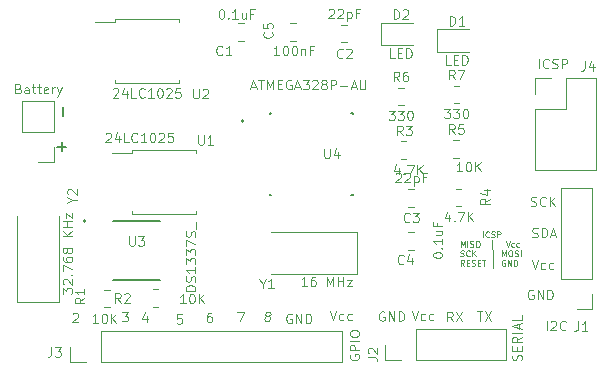
<source format=gto>
%TF.GenerationSoftware,KiCad,Pcbnew,7.99.0-4047-gfc85112a72*%
%TF.CreationDate,2024-01-03T20:56:00+03:00*%
%TF.ProjectId,Prj 3 MCU DataLogger,50726a20-3320-44d4-9355-20446174614c,Version-1*%
%TF.SameCoordinates,Original*%
%TF.FileFunction,Legend,Top*%
%TF.FilePolarity,Positive*%
%FSLAX46Y46*%
G04 Gerber Fmt 4.6, Leading zero omitted, Abs format (unit mm)*
G04 Created by KiCad (PCBNEW 7.99.0-4047-gfc85112a72) date 2024-01-03 20:56:00*
%MOMM*%
%LPD*%
G01*
G04 APERTURE LIST*
%ADD10C,0.100000*%
%ADD11C,0.150000*%
%ADD12C,0.120000*%
%ADD13C,0.127000*%
%ADD14C,0.200000*%
G04 APERTURE END LIST*
D10*
X128030979Y-96683695D02*
X128488122Y-96683695D01*
X128259550Y-97483695D02*
X128259550Y-96683695D01*
X128678598Y-96683695D02*
X129211932Y-97483695D01*
X129211932Y-96683695D02*
X128678598Y-97483695D01*
X122493779Y-96632895D02*
X122760446Y-97432895D01*
X122760446Y-97432895D02*
X123027112Y-96632895D01*
X123636636Y-97394800D02*
X123560445Y-97432895D01*
X123560445Y-97432895D02*
X123408064Y-97432895D01*
X123408064Y-97432895D02*
X123331874Y-97394800D01*
X123331874Y-97394800D02*
X123293779Y-97356704D01*
X123293779Y-97356704D02*
X123255683Y-97280514D01*
X123255683Y-97280514D02*
X123255683Y-97051942D01*
X123255683Y-97051942D02*
X123293779Y-96975752D01*
X123293779Y-96975752D02*
X123331874Y-96937657D01*
X123331874Y-96937657D02*
X123408064Y-96899561D01*
X123408064Y-96899561D02*
X123560445Y-96899561D01*
X123560445Y-96899561D02*
X123636636Y-96937657D01*
X124322350Y-97394800D02*
X124246159Y-97432895D01*
X124246159Y-97432895D02*
X124093778Y-97432895D01*
X124093778Y-97432895D02*
X124017588Y-97394800D01*
X124017588Y-97394800D02*
X123979493Y-97356704D01*
X123979493Y-97356704D02*
X123941397Y-97280514D01*
X123941397Y-97280514D02*
X123941397Y-97051942D01*
X123941397Y-97051942D02*
X123979493Y-96975752D01*
X123979493Y-96975752D02*
X124017588Y-96937657D01*
X124017588Y-96937657D02*
X124093778Y-96899561D01*
X124093778Y-96899561D02*
X124246159Y-96899561D01*
X124246159Y-96899561D02*
X124322350Y-96937657D01*
X110227131Y-97051952D02*
X110155703Y-97013857D01*
X110155703Y-97013857D02*
X110122369Y-96975761D01*
X110122369Y-96975761D02*
X110093798Y-96899571D01*
X110093798Y-96899571D02*
X110098560Y-96861476D01*
X110098560Y-96861476D02*
X110146179Y-96785285D01*
X110146179Y-96785285D02*
X110189036Y-96747190D01*
X110189036Y-96747190D02*
X110269989Y-96709095D01*
X110269989Y-96709095D02*
X110422369Y-96709095D01*
X110422369Y-96709095D02*
X110493798Y-96747190D01*
X110493798Y-96747190D02*
X110527131Y-96785285D01*
X110527131Y-96785285D02*
X110555703Y-96861476D01*
X110555703Y-96861476D02*
X110550941Y-96899571D01*
X110550941Y-96899571D02*
X110503322Y-96975761D01*
X110503322Y-96975761D02*
X110460465Y-97013857D01*
X110460465Y-97013857D02*
X110379512Y-97051952D01*
X110379512Y-97051952D02*
X110227131Y-97051952D01*
X110227131Y-97051952D02*
X110146179Y-97090047D01*
X110146179Y-97090047D02*
X110103322Y-97128142D01*
X110103322Y-97128142D02*
X110055703Y-97204333D01*
X110055703Y-97204333D02*
X110036655Y-97356714D01*
X110036655Y-97356714D02*
X110065227Y-97432904D01*
X110065227Y-97432904D02*
X110098560Y-97471000D01*
X110098560Y-97471000D02*
X110169989Y-97509095D01*
X110169989Y-97509095D02*
X110322369Y-97509095D01*
X110322369Y-97509095D02*
X110403322Y-97471000D01*
X110403322Y-97471000D02*
X110446179Y-97432904D01*
X110446179Y-97432904D02*
X110493798Y-97356714D01*
X110493798Y-97356714D02*
X110512846Y-97204333D01*
X110512846Y-97204333D02*
X110484274Y-97128142D01*
X110484274Y-97128142D02*
X110450941Y-97090047D01*
X110450941Y-97090047D02*
X110379512Y-97051952D01*
X132780712Y-94867590D02*
X132704522Y-94829495D01*
X132704522Y-94829495D02*
X132590236Y-94829495D01*
X132590236Y-94829495D02*
X132475950Y-94867590D01*
X132475950Y-94867590D02*
X132399760Y-94943780D01*
X132399760Y-94943780D02*
X132361665Y-95019971D01*
X132361665Y-95019971D02*
X132323569Y-95172352D01*
X132323569Y-95172352D02*
X132323569Y-95286638D01*
X132323569Y-95286638D02*
X132361665Y-95439019D01*
X132361665Y-95439019D02*
X132399760Y-95515209D01*
X132399760Y-95515209D02*
X132475950Y-95591400D01*
X132475950Y-95591400D02*
X132590236Y-95629495D01*
X132590236Y-95629495D02*
X132666427Y-95629495D01*
X132666427Y-95629495D02*
X132780712Y-95591400D01*
X132780712Y-95591400D02*
X132818808Y-95553304D01*
X132818808Y-95553304D02*
X132818808Y-95286638D01*
X132818808Y-95286638D02*
X132666427Y-95286638D01*
X133161665Y-95629495D02*
X133161665Y-94829495D01*
X133161665Y-94829495D02*
X133618808Y-95629495D01*
X133618808Y-95629495D02*
X133618808Y-94829495D01*
X133999760Y-95629495D02*
X133999760Y-94829495D01*
X133999760Y-94829495D02*
X134190236Y-94829495D01*
X134190236Y-94829495D02*
X134304522Y-94867590D01*
X134304522Y-94867590D02*
X134380712Y-94943780D01*
X134380712Y-94943780D02*
X134418807Y-95019971D01*
X134418807Y-95019971D02*
X134456903Y-95172352D01*
X134456903Y-95172352D02*
X134456903Y-95286638D01*
X134456903Y-95286638D02*
X134418807Y-95439019D01*
X134418807Y-95439019D02*
X134380712Y-95515209D01*
X134380712Y-95515209D02*
X134304522Y-95591400D01*
X134304522Y-95591400D02*
X134190236Y-95629495D01*
X134190236Y-95629495D02*
X133999760Y-95629495D01*
X107749074Y-96734495D02*
X108282408Y-96734495D01*
X108282408Y-96734495D02*
X107939550Y-97534495D01*
D11*
X92986266Y-80155820D02*
X92986266Y-79393916D01*
D10*
X117295790Y-100340487D02*
X117257695Y-100416677D01*
X117257695Y-100416677D02*
X117257695Y-100530963D01*
X117257695Y-100530963D02*
X117295790Y-100645249D01*
X117295790Y-100645249D02*
X117371980Y-100721439D01*
X117371980Y-100721439D02*
X117448171Y-100759534D01*
X117448171Y-100759534D02*
X117600552Y-100797630D01*
X117600552Y-100797630D02*
X117714838Y-100797630D01*
X117714838Y-100797630D02*
X117867219Y-100759534D01*
X117867219Y-100759534D02*
X117943409Y-100721439D01*
X117943409Y-100721439D02*
X118019600Y-100645249D01*
X118019600Y-100645249D02*
X118057695Y-100530963D01*
X118057695Y-100530963D02*
X118057695Y-100454772D01*
X118057695Y-100454772D02*
X118019600Y-100340487D01*
X118019600Y-100340487D02*
X117981504Y-100302391D01*
X117981504Y-100302391D02*
X117714838Y-100302391D01*
X117714838Y-100302391D02*
X117714838Y-100454772D01*
X118057695Y-99959534D02*
X117257695Y-99959534D01*
X117257695Y-99959534D02*
X117257695Y-99654772D01*
X117257695Y-99654772D02*
X117295790Y-99578582D01*
X117295790Y-99578582D02*
X117333885Y-99540487D01*
X117333885Y-99540487D02*
X117410076Y-99502391D01*
X117410076Y-99502391D02*
X117524361Y-99502391D01*
X117524361Y-99502391D02*
X117600552Y-99540487D01*
X117600552Y-99540487D02*
X117638647Y-99578582D01*
X117638647Y-99578582D02*
X117676742Y-99654772D01*
X117676742Y-99654772D02*
X117676742Y-99959534D01*
X118057695Y-99159534D02*
X117257695Y-99159534D01*
X117257695Y-98626201D02*
X117257695Y-98473820D01*
X117257695Y-98473820D02*
X117295790Y-98397630D01*
X117295790Y-98397630D02*
X117371980Y-98321439D01*
X117371980Y-98321439D02*
X117524361Y-98283344D01*
X117524361Y-98283344D02*
X117791028Y-98283344D01*
X117791028Y-98283344D02*
X117943409Y-98321439D01*
X117943409Y-98321439D02*
X118019600Y-98397630D01*
X118019600Y-98397630D02*
X118057695Y-98473820D01*
X118057695Y-98473820D02*
X118057695Y-98626201D01*
X118057695Y-98626201D02*
X118019600Y-98702392D01*
X118019600Y-98702392D02*
X117943409Y-98778582D01*
X117943409Y-98778582D02*
X117791028Y-98816678D01*
X117791028Y-98816678D02*
X117524361Y-98816678D01*
X117524361Y-98816678D02*
X117371980Y-98778582D01*
X117371980Y-98778582D02*
X117295790Y-98702392D01*
X117295790Y-98702392D02*
X117257695Y-98626201D01*
X93817169Y-96861485D02*
X93855265Y-96823390D01*
X93855265Y-96823390D02*
X93931455Y-96785295D01*
X93931455Y-96785295D02*
X94121931Y-96785295D01*
X94121931Y-96785295D02*
X94198122Y-96823390D01*
X94198122Y-96823390D02*
X94236217Y-96861485D01*
X94236217Y-96861485D02*
X94274312Y-96937676D01*
X94274312Y-96937676D02*
X94274312Y-97013866D01*
X94274312Y-97013866D02*
X94236217Y-97128152D01*
X94236217Y-97128152D02*
X93779074Y-97585295D01*
X93779074Y-97585295D02*
X94274312Y-97585295D01*
X103024617Y-96912295D02*
X102643665Y-96912295D01*
X102643665Y-96912295D02*
X102605569Y-97293247D01*
X102605569Y-97293247D02*
X102643665Y-97255152D01*
X102643665Y-97255152D02*
X102719855Y-97217057D01*
X102719855Y-97217057D02*
X102910331Y-97217057D01*
X102910331Y-97217057D02*
X102986522Y-97255152D01*
X102986522Y-97255152D02*
X103024617Y-97293247D01*
X103024617Y-97293247D02*
X103062712Y-97369438D01*
X103062712Y-97369438D02*
X103062712Y-97559914D01*
X103062712Y-97559914D02*
X103024617Y-97636104D01*
X103024617Y-97636104D02*
X102986522Y-97674200D01*
X102986522Y-97674200D02*
X102910331Y-97712295D01*
X102910331Y-97712295D02*
X102719855Y-97712295D01*
X102719855Y-97712295D02*
X102643665Y-97674200D01*
X102643665Y-97674200D02*
X102605569Y-97636104D01*
X112333712Y-96924990D02*
X112257522Y-96886895D01*
X112257522Y-96886895D02*
X112143236Y-96886895D01*
X112143236Y-96886895D02*
X112028950Y-96924990D01*
X112028950Y-96924990D02*
X111952760Y-97001180D01*
X111952760Y-97001180D02*
X111914665Y-97077371D01*
X111914665Y-97077371D02*
X111876569Y-97229752D01*
X111876569Y-97229752D02*
X111876569Y-97344038D01*
X111876569Y-97344038D02*
X111914665Y-97496419D01*
X111914665Y-97496419D02*
X111952760Y-97572609D01*
X111952760Y-97572609D02*
X112028950Y-97648800D01*
X112028950Y-97648800D02*
X112143236Y-97686895D01*
X112143236Y-97686895D02*
X112219427Y-97686895D01*
X112219427Y-97686895D02*
X112333712Y-97648800D01*
X112333712Y-97648800D02*
X112371808Y-97610704D01*
X112371808Y-97610704D02*
X112371808Y-97344038D01*
X112371808Y-97344038D02*
X112219427Y-97344038D01*
X112714665Y-97686895D02*
X112714665Y-96886895D01*
X112714665Y-96886895D02*
X113171808Y-97686895D01*
X113171808Y-97686895D02*
X113171808Y-96886895D01*
X113552760Y-97686895D02*
X113552760Y-96886895D01*
X113552760Y-96886895D02*
X113743236Y-96886895D01*
X113743236Y-96886895D02*
X113857522Y-96924990D01*
X113857522Y-96924990D02*
X113933712Y-97001180D01*
X113933712Y-97001180D02*
X113971807Y-97077371D01*
X113971807Y-97077371D02*
X114009903Y-97229752D01*
X114009903Y-97229752D02*
X114009903Y-97344038D01*
X114009903Y-97344038D02*
X113971807Y-97496419D01*
X113971807Y-97496419D02*
X113933712Y-97572609D01*
X113933712Y-97572609D02*
X113857522Y-97648800D01*
X113857522Y-97648800D02*
X113743236Y-97686895D01*
X113743236Y-97686895D02*
X113552760Y-97686895D01*
X100090922Y-97051961D02*
X100090922Y-97585295D01*
X99900446Y-96747200D02*
X99709969Y-97318628D01*
X99709969Y-97318628D02*
X100205208Y-97318628D01*
X97970074Y-96734495D02*
X98465312Y-96734495D01*
X98465312Y-96734495D02*
X98198646Y-97039257D01*
X98198646Y-97039257D02*
X98312931Y-97039257D01*
X98312931Y-97039257D02*
X98389122Y-97077352D01*
X98389122Y-97077352D02*
X98427217Y-97115447D01*
X98427217Y-97115447D02*
X98465312Y-97191638D01*
X98465312Y-97191638D02*
X98465312Y-97382114D01*
X98465312Y-97382114D02*
X98427217Y-97458304D01*
X98427217Y-97458304D02*
X98389122Y-97496400D01*
X98389122Y-97496400D02*
X98312931Y-97534495D01*
X98312931Y-97534495D02*
X98084360Y-97534495D01*
X98084360Y-97534495D02*
X98008169Y-97496400D01*
X98008169Y-97496400D02*
X97970074Y-97458304D01*
X128532388Y-90406493D02*
X128532388Y-89906493D01*
X129056197Y-90358874D02*
X129032388Y-90382684D01*
X129032388Y-90382684D02*
X128960959Y-90406493D01*
X128960959Y-90406493D02*
X128913340Y-90406493D01*
X128913340Y-90406493D02*
X128841912Y-90382684D01*
X128841912Y-90382684D02*
X128794293Y-90335064D01*
X128794293Y-90335064D02*
X128770483Y-90287445D01*
X128770483Y-90287445D02*
X128746674Y-90192207D01*
X128746674Y-90192207D02*
X128746674Y-90120779D01*
X128746674Y-90120779D02*
X128770483Y-90025541D01*
X128770483Y-90025541D02*
X128794293Y-89977922D01*
X128794293Y-89977922D02*
X128841912Y-89930303D01*
X128841912Y-89930303D02*
X128913340Y-89906493D01*
X128913340Y-89906493D02*
X128960959Y-89906493D01*
X128960959Y-89906493D02*
X129032388Y-89930303D01*
X129032388Y-89930303D02*
X129056197Y-89954112D01*
X129246674Y-90382684D02*
X129318102Y-90406493D01*
X129318102Y-90406493D02*
X129437150Y-90406493D01*
X129437150Y-90406493D02*
X129484769Y-90382684D01*
X129484769Y-90382684D02*
X129508578Y-90358874D01*
X129508578Y-90358874D02*
X129532388Y-90311255D01*
X129532388Y-90311255D02*
X129532388Y-90263636D01*
X129532388Y-90263636D02*
X129508578Y-90216017D01*
X129508578Y-90216017D02*
X129484769Y-90192207D01*
X129484769Y-90192207D02*
X129437150Y-90168398D01*
X129437150Y-90168398D02*
X129341912Y-90144588D01*
X129341912Y-90144588D02*
X129294293Y-90120779D01*
X129294293Y-90120779D02*
X129270483Y-90096969D01*
X129270483Y-90096969D02*
X129246674Y-90049350D01*
X129246674Y-90049350D02*
X129246674Y-90001731D01*
X129246674Y-90001731D02*
X129270483Y-89954112D01*
X129270483Y-89954112D02*
X129294293Y-89930303D01*
X129294293Y-89930303D02*
X129341912Y-89906493D01*
X129341912Y-89906493D02*
X129460959Y-89906493D01*
X129460959Y-89906493D02*
X129532388Y-89930303D01*
X129746673Y-90406493D02*
X129746673Y-89906493D01*
X129746673Y-89906493D02*
X129937149Y-89906493D01*
X129937149Y-89906493D02*
X129984768Y-89930303D01*
X129984768Y-89930303D02*
X130008578Y-89954112D01*
X130008578Y-89954112D02*
X130032387Y-90001731D01*
X130032387Y-90001731D02*
X130032387Y-90073160D01*
X130032387Y-90073160D02*
X130008578Y-90120779D01*
X130008578Y-90120779D02*
X129984768Y-90144588D01*
X129984768Y-90144588D02*
X129937149Y-90168398D01*
X129937149Y-90168398D02*
X129746673Y-90168398D01*
X126651436Y-91211465D02*
X126651436Y-90711465D01*
X126651436Y-90711465D02*
X126818103Y-91068608D01*
X126818103Y-91068608D02*
X126984769Y-90711465D01*
X126984769Y-90711465D02*
X126984769Y-91211465D01*
X127222865Y-91211465D02*
X127222865Y-90711465D01*
X127437151Y-91187656D02*
X127508579Y-91211465D01*
X127508579Y-91211465D02*
X127627627Y-91211465D01*
X127627627Y-91211465D02*
X127675246Y-91187656D01*
X127675246Y-91187656D02*
X127699055Y-91163846D01*
X127699055Y-91163846D02*
X127722865Y-91116227D01*
X127722865Y-91116227D02*
X127722865Y-91068608D01*
X127722865Y-91068608D02*
X127699055Y-91020989D01*
X127699055Y-91020989D02*
X127675246Y-90997179D01*
X127675246Y-90997179D02*
X127627627Y-90973370D01*
X127627627Y-90973370D02*
X127532389Y-90949560D01*
X127532389Y-90949560D02*
X127484770Y-90925751D01*
X127484770Y-90925751D02*
X127460960Y-90901941D01*
X127460960Y-90901941D02*
X127437151Y-90854322D01*
X127437151Y-90854322D02*
X127437151Y-90806703D01*
X127437151Y-90806703D02*
X127460960Y-90759084D01*
X127460960Y-90759084D02*
X127484770Y-90735275D01*
X127484770Y-90735275D02*
X127532389Y-90711465D01*
X127532389Y-90711465D02*
X127651436Y-90711465D01*
X127651436Y-90711465D02*
X127722865Y-90735275D01*
X128032388Y-90711465D02*
X128127626Y-90711465D01*
X128127626Y-90711465D02*
X128175245Y-90735275D01*
X128175245Y-90735275D02*
X128222864Y-90782894D01*
X128222864Y-90782894D02*
X128246674Y-90878132D01*
X128246674Y-90878132D02*
X128246674Y-91044798D01*
X128246674Y-91044798D02*
X128222864Y-91140036D01*
X128222864Y-91140036D02*
X128175245Y-91187656D01*
X128175245Y-91187656D02*
X128127626Y-91211465D01*
X128127626Y-91211465D02*
X128032388Y-91211465D01*
X128032388Y-91211465D02*
X127984769Y-91187656D01*
X127984769Y-91187656D02*
X127937150Y-91140036D01*
X127937150Y-91140036D02*
X127913341Y-91044798D01*
X127913341Y-91044798D02*
X127913341Y-90878132D01*
X127913341Y-90878132D02*
X127937150Y-90782894D01*
X127937150Y-90782894D02*
X127984769Y-90735275D01*
X127984769Y-90735275D02*
X128032388Y-90711465D01*
X129341912Y-91378132D02*
X129341912Y-90663846D01*
X130460960Y-90711465D02*
X130627626Y-91211465D01*
X130627626Y-91211465D02*
X130794293Y-90711465D01*
X131175245Y-91187656D02*
X131127626Y-91211465D01*
X131127626Y-91211465D02*
X131032388Y-91211465D01*
X131032388Y-91211465D02*
X130984769Y-91187656D01*
X130984769Y-91187656D02*
X130960959Y-91163846D01*
X130960959Y-91163846D02*
X130937150Y-91116227D01*
X130937150Y-91116227D02*
X130937150Y-90973370D01*
X130937150Y-90973370D02*
X130960959Y-90925751D01*
X130960959Y-90925751D02*
X130984769Y-90901941D01*
X130984769Y-90901941D02*
X131032388Y-90878132D01*
X131032388Y-90878132D02*
X131127626Y-90878132D01*
X131127626Y-90878132D02*
X131175245Y-90901941D01*
X131603816Y-91187656D02*
X131556197Y-91211465D01*
X131556197Y-91211465D02*
X131460959Y-91211465D01*
X131460959Y-91211465D02*
X131413340Y-91187656D01*
X131413340Y-91187656D02*
X131389530Y-91163846D01*
X131389530Y-91163846D02*
X131365721Y-91116227D01*
X131365721Y-91116227D02*
X131365721Y-90973370D01*
X131365721Y-90973370D02*
X131389530Y-90925751D01*
X131389530Y-90925751D02*
X131413340Y-90901941D01*
X131413340Y-90901941D02*
X131460959Y-90878132D01*
X131460959Y-90878132D02*
X131556197Y-90878132D01*
X131556197Y-90878132D02*
X131603816Y-90901941D01*
X126627627Y-91992628D02*
X126699055Y-92016437D01*
X126699055Y-92016437D02*
X126818103Y-92016437D01*
X126818103Y-92016437D02*
X126865722Y-91992628D01*
X126865722Y-91992628D02*
X126889531Y-91968818D01*
X126889531Y-91968818D02*
X126913341Y-91921199D01*
X126913341Y-91921199D02*
X126913341Y-91873580D01*
X126913341Y-91873580D02*
X126889531Y-91825961D01*
X126889531Y-91825961D02*
X126865722Y-91802151D01*
X126865722Y-91802151D02*
X126818103Y-91778342D01*
X126818103Y-91778342D02*
X126722865Y-91754532D01*
X126722865Y-91754532D02*
X126675246Y-91730723D01*
X126675246Y-91730723D02*
X126651436Y-91706913D01*
X126651436Y-91706913D02*
X126627627Y-91659294D01*
X126627627Y-91659294D02*
X126627627Y-91611675D01*
X126627627Y-91611675D02*
X126651436Y-91564056D01*
X126651436Y-91564056D02*
X126675246Y-91540247D01*
X126675246Y-91540247D02*
X126722865Y-91516437D01*
X126722865Y-91516437D02*
X126841912Y-91516437D01*
X126841912Y-91516437D02*
X126913341Y-91540247D01*
X127413340Y-91968818D02*
X127389531Y-91992628D01*
X127389531Y-91992628D02*
X127318102Y-92016437D01*
X127318102Y-92016437D02*
X127270483Y-92016437D01*
X127270483Y-92016437D02*
X127199055Y-91992628D01*
X127199055Y-91992628D02*
X127151436Y-91945008D01*
X127151436Y-91945008D02*
X127127626Y-91897389D01*
X127127626Y-91897389D02*
X127103817Y-91802151D01*
X127103817Y-91802151D02*
X127103817Y-91730723D01*
X127103817Y-91730723D02*
X127127626Y-91635485D01*
X127127626Y-91635485D02*
X127151436Y-91587866D01*
X127151436Y-91587866D02*
X127199055Y-91540247D01*
X127199055Y-91540247D02*
X127270483Y-91516437D01*
X127270483Y-91516437D02*
X127318102Y-91516437D01*
X127318102Y-91516437D02*
X127389531Y-91540247D01*
X127389531Y-91540247D02*
X127413340Y-91564056D01*
X127627626Y-92016437D02*
X127627626Y-91516437D01*
X127913340Y-92016437D02*
X127699055Y-91730723D01*
X127913340Y-91516437D02*
X127627626Y-91802151D01*
X129413340Y-92183104D02*
X129413340Y-91468818D01*
X130151434Y-92016437D02*
X130151434Y-91516437D01*
X130151434Y-91516437D02*
X130318101Y-91873580D01*
X130318101Y-91873580D02*
X130484767Y-91516437D01*
X130484767Y-91516437D02*
X130484767Y-92016437D01*
X130818101Y-91516437D02*
X130913339Y-91516437D01*
X130913339Y-91516437D02*
X130960958Y-91540247D01*
X130960958Y-91540247D02*
X131008577Y-91587866D01*
X131008577Y-91587866D02*
X131032387Y-91683104D01*
X131032387Y-91683104D02*
X131032387Y-91849770D01*
X131032387Y-91849770D02*
X131008577Y-91945008D01*
X131008577Y-91945008D02*
X130960958Y-91992628D01*
X130960958Y-91992628D02*
X130913339Y-92016437D01*
X130913339Y-92016437D02*
X130818101Y-92016437D01*
X130818101Y-92016437D02*
X130770482Y-91992628D01*
X130770482Y-91992628D02*
X130722863Y-91945008D01*
X130722863Y-91945008D02*
X130699054Y-91849770D01*
X130699054Y-91849770D02*
X130699054Y-91683104D01*
X130699054Y-91683104D02*
X130722863Y-91587866D01*
X130722863Y-91587866D02*
X130770482Y-91540247D01*
X130770482Y-91540247D02*
X130818101Y-91516437D01*
X131222864Y-91992628D02*
X131294292Y-92016437D01*
X131294292Y-92016437D02*
X131413340Y-92016437D01*
X131413340Y-92016437D02*
X131460959Y-91992628D01*
X131460959Y-91992628D02*
X131484768Y-91968818D01*
X131484768Y-91968818D02*
X131508578Y-91921199D01*
X131508578Y-91921199D02*
X131508578Y-91873580D01*
X131508578Y-91873580D02*
X131484768Y-91825961D01*
X131484768Y-91825961D02*
X131460959Y-91802151D01*
X131460959Y-91802151D02*
X131413340Y-91778342D01*
X131413340Y-91778342D02*
X131318102Y-91754532D01*
X131318102Y-91754532D02*
X131270483Y-91730723D01*
X131270483Y-91730723D02*
X131246673Y-91706913D01*
X131246673Y-91706913D02*
X131222864Y-91659294D01*
X131222864Y-91659294D02*
X131222864Y-91611675D01*
X131222864Y-91611675D02*
X131246673Y-91564056D01*
X131246673Y-91564056D02*
X131270483Y-91540247D01*
X131270483Y-91540247D02*
X131318102Y-91516437D01*
X131318102Y-91516437D02*
X131437149Y-91516437D01*
X131437149Y-91516437D02*
X131508578Y-91540247D01*
X131722863Y-92016437D02*
X131722863Y-91516437D01*
X126937150Y-92821409D02*
X126770484Y-92583314D01*
X126651436Y-92821409D02*
X126651436Y-92321409D01*
X126651436Y-92321409D02*
X126841912Y-92321409D01*
X126841912Y-92321409D02*
X126889531Y-92345219D01*
X126889531Y-92345219D02*
X126913341Y-92369028D01*
X126913341Y-92369028D02*
X126937150Y-92416647D01*
X126937150Y-92416647D02*
X126937150Y-92488076D01*
X126937150Y-92488076D02*
X126913341Y-92535695D01*
X126913341Y-92535695D02*
X126889531Y-92559504D01*
X126889531Y-92559504D02*
X126841912Y-92583314D01*
X126841912Y-92583314D02*
X126651436Y-92583314D01*
X127151436Y-92559504D02*
X127318103Y-92559504D01*
X127389531Y-92821409D02*
X127151436Y-92821409D01*
X127151436Y-92821409D02*
X127151436Y-92321409D01*
X127151436Y-92321409D02*
X127389531Y-92321409D01*
X127580008Y-92797600D02*
X127651436Y-92821409D01*
X127651436Y-92821409D02*
X127770484Y-92821409D01*
X127770484Y-92821409D02*
X127818103Y-92797600D01*
X127818103Y-92797600D02*
X127841912Y-92773790D01*
X127841912Y-92773790D02*
X127865722Y-92726171D01*
X127865722Y-92726171D02*
X127865722Y-92678552D01*
X127865722Y-92678552D02*
X127841912Y-92630933D01*
X127841912Y-92630933D02*
X127818103Y-92607123D01*
X127818103Y-92607123D02*
X127770484Y-92583314D01*
X127770484Y-92583314D02*
X127675246Y-92559504D01*
X127675246Y-92559504D02*
X127627627Y-92535695D01*
X127627627Y-92535695D02*
X127603817Y-92511885D01*
X127603817Y-92511885D02*
X127580008Y-92464266D01*
X127580008Y-92464266D02*
X127580008Y-92416647D01*
X127580008Y-92416647D02*
X127603817Y-92369028D01*
X127603817Y-92369028D02*
X127627627Y-92345219D01*
X127627627Y-92345219D02*
X127675246Y-92321409D01*
X127675246Y-92321409D02*
X127794293Y-92321409D01*
X127794293Y-92321409D02*
X127865722Y-92345219D01*
X128080007Y-92559504D02*
X128246674Y-92559504D01*
X128318102Y-92821409D02*
X128080007Y-92821409D01*
X128080007Y-92821409D02*
X128080007Y-92321409D01*
X128080007Y-92321409D02*
X128318102Y-92321409D01*
X128460960Y-92321409D02*
X128746674Y-92321409D01*
X128603817Y-92821409D02*
X128603817Y-92321409D01*
X129413340Y-92988076D02*
X129413340Y-92273790D01*
X130413339Y-92345219D02*
X130365720Y-92321409D01*
X130365720Y-92321409D02*
X130294291Y-92321409D01*
X130294291Y-92321409D02*
X130222863Y-92345219D01*
X130222863Y-92345219D02*
X130175244Y-92392838D01*
X130175244Y-92392838D02*
X130151434Y-92440457D01*
X130151434Y-92440457D02*
X130127625Y-92535695D01*
X130127625Y-92535695D02*
X130127625Y-92607123D01*
X130127625Y-92607123D02*
X130151434Y-92702361D01*
X130151434Y-92702361D02*
X130175244Y-92749980D01*
X130175244Y-92749980D02*
X130222863Y-92797600D01*
X130222863Y-92797600D02*
X130294291Y-92821409D01*
X130294291Y-92821409D02*
X130341910Y-92821409D01*
X130341910Y-92821409D02*
X130413339Y-92797600D01*
X130413339Y-92797600D02*
X130437148Y-92773790D01*
X130437148Y-92773790D02*
X130437148Y-92607123D01*
X130437148Y-92607123D02*
X130341910Y-92607123D01*
X130651434Y-92821409D02*
X130651434Y-92321409D01*
X130651434Y-92321409D02*
X130937148Y-92821409D01*
X130937148Y-92821409D02*
X130937148Y-92321409D01*
X131175244Y-92821409D02*
X131175244Y-92321409D01*
X131175244Y-92321409D02*
X131294292Y-92321409D01*
X131294292Y-92321409D02*
X131365720Y-92345219D01*
X131365720Y-92345219D02*
X131413339Y-92392838D01*
X131413339Y-92392838D02*
X131437149Y-92440457D01*
X131437149Y-92440457D02*
X131460958Y-92535695D01*
X131460958Y-92535695D02*
X131460958Y-92607123D01*
X131460958Y-92607123D02*
X131437149Y-92702361D01*
X131437149Y-92702361D02*
X131413339Y-92749980D01*
X131413339Y-92749980D02*
X131365720Y-92797600D01*
X131365720Y-92797600D02*
X131294292Y-92821409D01*
X131294292Y-92821409D02*
X131175244Y-92821409D01*
X125986208Y-97509095D02*
X125719541Y-97128142D01*
X125529065Y-97509095D02*
X125529065Y-96709095D01*
X125529065Y-96709095D02*
X125833827Y-96709095D01*
X125833827Y-96709095D02*
X125910017Y-96747190D01*
X125910017Y-96747190D02*
X125948112Y-96785285D01*
X125948112Y-96785285D02*
X125986208Y-96861476D01*
X125986208Y-96861476D02*
X125986208Y-96975761D01*
X125986208Y-96975761D02*
X125948112Y-97051952D01*
X125948112Y-97051952D02*
X125910017Y-97090047D01*
X125910017Y-97090047D02*
X125833827Y-97128142D01*
X125833827Y-97128142D02*
X125529065Y-97128142D01*
X126252874Y-96709095D02*
X126786208Y-97509095D01*
X126786208Y-96709095D02*
X126252874Y-97509095D01*
X133276065Y-76096895D02*
X133276065Y-75296895D01*
X134114160Y-76020704D02*
X134076064Y-76058800D01*
X134076064Y-76058800D02*
X133961779Y-76096895D01*
X133961779Y-76096895D02*
X133885588Y-76096895D01*
X133885588Y-76096895D02*
X133771302Y-76058800D01*
X133771302Y-76058800D02*
X133695112Y-75982609D01*
X133695112Y-75982609D02*
X133657017Y-75906419D01*
X133657017Y-75906419D02*
X133618921Y-75754038D01*
X133618921Y-75754038D02*
X133618921Y-75639752D01*
X133618921Y-75639752D02*
X133657017Y-75487371D01*
X133657017Y-75487371D02*
X133695112Y-75411180D01*
X133695112Y-75411180D02*
X133771302Y-75334990D01*
X133771302Y-75334990D02*
X133885588Y-75296895D01*
X133885588Y-75296895D02*
X133961779Y-75296895D01*
X133961779Y-75296895D02*
X134076064Y-75334990D01*
X134076064Y-75334990D02*
X134114160Y-75373085D01*
X134418921Y-76058800D02*
X134533207Y-76096895D01*
X134533207Y-76096895D02*
X134723683Y-76096895D01*
X134723683Y-76096895D02*
X134799874Y-76058800D01*
X134799874Y-76058800D02*
X134837969Y-76020704D01*
X134837969Y-76020704D02*
X134876064Y-75944514D01*
X134876064Y-75944514D02*
X134876064Y-75868323D01*
X134876064Y-75868323D02*
X134837969Y-75792133D01*
X134837969Y-75792133D02*
X134799874Y-75754038D01*
X134799874Y-75754038D02*
X134723683Y-75715942D01*
X134723683Y-75715942D02*
X134571302Y-75677847D01*
X134571302Y-75677847D02*
X134495112Y-75639752D01*
X134495112Y-75639752D02*
X134457017Y-75601657D01*
X134457017Y-75601657D02*
X134418921Y-75525466D01*
X134418921Y-75525466D02*
X134418921Y-75449276D01*
X134418921Y-75449276D02*
X134457017Y-75373085D01*
X134457017Y-75373085D02*
X134495112Y-75334990D01*
X134495112Y-75334990D02*
X134571302Y-75296895D01*
X134571302Y-75296895D02*
X134761779Y-75296895D01*
X134761779Y-75296895D02*
X134876064Y-75334990D01*
X135218922Y-76096895D02*
X135218922Y-75296895D01*
X135218922Y-75296895D02*
X135523684Y-75296895D01*
X135523684Y-75296895D02*
X135599874Y-75334990D01*
X135599874Y-75334990D02*
X135637969Y-75373085D01*
X135637969Y-75373085D02*
X135676065Y-75449276D01*
X135676065Y-75449276D02*
X135676065Y-75563561D01*
X135676065Y-75563561D02*
X135637969Y-75639752D01*
X135637969Y-75639752D02*
X135599874Y-75677847D01*
X135599874Y-75677847D02*
X135523684Y-75715942D01*
X135523684Y-75715942D02*
X135218922Y-75715942D01*
X132704569Y-90384400D02*
X132818855Y-90422495D01*
X132818855Y-90422495D02*
X133009331Y-90422495D01*
X133009331Y-90422495D02*
X133085522Y-90384400D01*
X133085522Y-90384400D02*
X133123617Y-90346304D01*
X133123617Y-90346304D02*
X133161712Y-90270114D01*
X133161712Y-90270114D02*
X133161712Y-90193923D01*
X133161712Y-90193923D02*
X133123617Y-90117733D01*
X133123617Y-90117733D02*
X133085522Y-90079638D01*
X133085522Y-90079638D02*
X133009331Y-90041542D01*
X133009331Y-90041542D02*
X132856950Y-90003447D01*
X132856950Y-90003447D02*
X132780760Y-89965352D01*
X132780760Y-89965352D02*
X132742665Y-89927257D01*
X132742665Y-89927257D02*
X132704569Y-89851066D01*
X132704569Y-89851066D02*
X132704569Y-89774876D01*
X132704569Y-89774876D02*
X132742665Y-89698685D01*
X132742665Y-89698685D02*
X132780760Y-89660590D01*
X132780760Y-89660590D02*
X132856950Y-89622495D01*
X132856950Y-89622495D02*
X133047427Y-89622495D01*
X133047427Y-89622495D02*
X133161712Y-89660590D01*
X133504570Y-90422495D02*
X133504570Y-89622495D01*
X133504570Y-89622495D02*
X133695046Y-89622495D01*
X133695046Y-89622495D02*
X133809332Y-89660590D01*
X133809332Y-89660590D02*
X133885522Y-89736780D01*
X133885522Y-89736780D02*
X133923617Y-89812971D01*
X133923617Y-89812971D02*
X133961713Y-89965352D01*
X133961713Y-89965352D02*
X133961713Y-90079638D01*
X133961713Y-90079638D02*
X133923617Y-90232019D01*
X133923617Y-90232019D02*
X133885522Y-90308209D01*
X133885522Y-90308209D02*
X133809332Y-90384400D01*
X133809332Y-90384400D02*
X133695046Y-90422495D01*
X133695046Y-90422495D02*
X133504570Y-90422495D01*
X134266474Y-90193923D02*
X134647427Y-90193923D01*
X134190284Y-90422495D02*
X134456951Y-89622495D01*
X134456951Y-89622495D02*
X134723617Y-90422495D01*
X105526522Y-96785295D02*
X105374141Y-96785295D01*
X105374141Y-96785295D02*
X105297950Y-96823390D01*
X105297950Y-96823390D02*
X105259855Y-96861485D01*
X105259855Y-96861485D02*
X105183665Y-96975771D01*
X105183665Y-96975771D02*
X105145569Y-97128152D01*
X105145569Y-97128152D02*
X105145569Y-97432914D01*
X105145569Y-97432914D02*
X105183665Y-97509104D01*
X105183665Y-97509104D02*
X105221760Y-97547200D01*
X105221760Y-97547200D02*
X105297950Y-97585295D01*
X105297950Y-97585295D02*
X105450331Y-97585295D01*
X105450331Y-97585295D02*
X105526522Y-97547200D01*
X105526522Y-97547200D02*
X105564617Y-97509104D01*
X105564617Y-97509104D02*
X105602712Y-97432914D01*
X105602712Y-97432914D02*
X105602712Y-97242438D01*
X105602712Y-97242438D02*
X105564617Y-97166247D01*
X105564617Y-97166247D02*
X105526522Y-97128152D01*
X105526522Y-97128152D02*
X105450331Y-97090057D01*
X105450331Y-97090057D02*
X105297950Y-97090057D01*
X105297950Y-97090057D02*
X105221760Y-97128152D01*
X105221760Y-97128152D02*
X105183665Y-97166247D01*
X105183665Y-97166247D02*
X105145569Y-97242438D01*
X132653779Y-92314895D02*
X132920446Y-93114895D01*
X132920446Y-93114895D02*
X133187112Y-92314895D01*
X133796636Y-93076800D02*
X133720445Y-93114895D01*
X133720445Y-93114895D02*
X133568064Y-93114895D01*
X133568064Y-93114895D02*
X133491874Y-93076800D01*
X133491874Y-93076800D02*
X133453779Y-93038704D01*
X133453779Y-93038704D02*
X133415683Y-92962514D01*
X133415683Y-92962514D02*
X133415683Y-92733942D01*
X133415683Y-92733942D02*
X133453779Y-92657752D01*
X133453779Y-92657752D02*
X133491874Y-92619657D01*
X133491874Y-92619657D02*
X133568064Y-92581561D01*
X133568064Y-92581561D02*
X133720445Y-92581561D01*
X133720445Y-92581561D02*
X133796636Y-92619657D01*
X134482350Y-93076800D02*
X134406159Y-93114895D01*
X134406159Y-93114895D02*
X134253778Y-93114895D01*
X134253778Y-93114895D02*
X134177588Y-93076800D01*
X134177588Y-93076800D02*
X134139493Y-93038704D01*
X134139493Y-93038704D02*
X134101397Y-92962514D01*
X134101397Y-92962514D02*
X134101397Y-92733942D01*
X134101397Y-92733942D02*
X134139493Y-92657752D01*
X134139493Y-92657752D02*
X134177588Y-92619657D01*
X134177588Y-92619657D02*
X134253778Y-92581561D01*
X134253778Y-92581561D02*
X134406159Y-92581561D01*
X134406159Y-92581561D02*
X134482350Y-92619657D01*
D11*
X92884666Y-83102220D02*
X92884666Y-82340316D01*
X93265619Y-82721268D02*
X92503714Y-82721268D01*
D10*
X115584979Y-96632895D02*
X115851646Y-97432895D01*
X115851646Y-97432895D02*
X116118312Y-96632895D01*
X116727836Y-97394800D02*
X116651645Y-97432895D01*
X116651645Y-97432895D02*
X116499264Y-97432895D01*
X116499264Y-97432895D02*
X116423074Y-97394800D01*
X116423074Y-97394800D02*
X116384979Y-97356704D01*
X116384979Y-97356704D02*
X116346883Y-97280514D01*
X116346883Y-97280514D02*
X116346883Y-97051942D01*
X116346883Y-97051942D02*
X116384979Y-96975752D01*
X116384979Y-96975752D02*
X116423074Y-96937657D01*
X116423074Y-96937657D02*
X116499264Y-96899561D01*
X116499264Y-96899561D02*
X116651645Y-96899561D01*
X116651645Y-96899561D02*
X116727836Y-96937657D01*
X117413550Y-97394800D02*
X117337359Y-97432895D01*
X117337359Y-97432895D02*
X117184978Y-97432895D01*
X117184978Y-97432895D02*
X117108788Y-97394800D01*
X117108788Y-97394800D02*
X117070693Y-97356704D01*
X117070693Y-97356704D02*
X117032597Y-97280514D01*
X117032597Y-97280514D02*
X117032597Y-97051942D01*
X117032597Y-97051942D02*
X117070693Y-96975752D01*
X117070693Y-96975752D02*
X117108788Y-96937657D01*
X117108788Y-96937657D02*
X117184978Y-96899561D01*
X117184978Y-96899561D02*
X117337359Y-96899561D01*
X117337359Y-96899561D02*
X117413550Y-96937657D01*
X120182312Y-96721790D02*
X120106122Y-96683695D01*
X120106122Y-96683695D02*
X119991836Y-96683695D01*
X119991836Y-96683695D02*
X119877550Y-96721790D01*
X119877550Y-96721790D02*
X119801360Y-96797980D01*
X119801360Y-96797980D02*
X119763265Y-96874171D01*
X119763265Y-96874171D02*
X119725169Y-97026552D01*
X119725169Y-97026552D02*
X119725169Y-97140838D01*
X119725169Y-97140838D02*
X119763265Y-97293219D01*
X119763265Y-97293219D02*
X119801360Y-97369409D01*
X119801360Y-97369409D02*
X119877550Y-97445600D01*
X119877550Y-97445600D02*
X119991836Y-97483695D01*
X119991836Y-97483695D02*
X120068027Y-97483695D01*
X120068027Y-97483695D02*
X120182312Y-97445600D01*
X120182312Y-97445600D02*
X120220408Y-97407504D01*
X120220408Y-97407504D02*
X120220408Y-97140838D01*
X120220408Y-97140838D02*
X120068027Y-97140838D01*
X120563265Y-97483695D02*
X120563265Y-96683695D01*
X120563265Y-96683695D02*
X121020408Y-97483695D01*
X121020408Y-97483695D02*
X121020408Y-96683695D01*
X121401360Y-97483695D02*
X121401360Y-96683695D01*
X121401360Y-96683695D02*
X121591836Y-96683695D01*
X121591836Y-96683695D02*
X121706122Y-96721790D01*
X121706122Y-96721790D02*
X121782312Y-96797980D01*
X121782312Y-96797980D02*
X121820407Y-96874171D01*
X121820407Y-96874171D02*
X121858503Y-97026552D01*
X121858503Y-97026552D02*
X121858503Y-97140838D01*
X121858503Y-97140838D02*
X121820407Y-97293219D01*
X121820407Y-97293219D02*
X121782312Y-97369409D01*
X121782312Y-97369409D02*
X121706122Y-97445600D01*
X121706122Y-97445600D02*
X121591836Y-97483695D01*
X121591836Y-97483695D02*
X121401360Y-97483695D01*
X132602969Y-87742800D02*
X132717255Y-87780895D01*
X132717255Y-87780895D02*
X132907731Y-87780895D01*
X132907731Y-87780895D02*
X132983922Y-87742800D01*
X132983922Y-87742800D02*
X133022017Y-87704704D01*
X133022017Y-87704704D02*
X133060112Y-87628514D01*
X133060112Y-87628514D02*
X133060112Y-87552323D01*
X133060112Y-87552323D02*
X133022017Y-87476133D01*
X133022017Y-87476133D02*
X132983922Y-87438038D01*
X132983922Y-87438038D02*
X132907731Y-87399942D01*
X132907731Y-87399942D02*
X132755350Y-87361847D01*
X132755350Y-87361847D02*
X132679160Y-87323752D01*
X132679160Y-87323752D02*
X132641065Y-87285657D01*
X132641065Y-87285657D02*
X132602969Y-87209466D01*
X132602969Y-87209466D02*
X132602969Y-87133276D01*
X132602969Y-87133276D02*
X132641065Y-87057085D01*
X132641065Y-87057085D02*
X132679160Y-87018990D01*
X132679160Y-87018990D02*
X132755350Y-86980895D01*
X132755350Y-86980895D02*
X132945827Y-86980895D01*
X132945827Y-86980895D02*
X133060112Y-87018990D01*
X133860113Y-87704704D02*
X133822017Y-87742800D01*
X133822017Y-87742800D02*
X133707732Y-87780895D01*
X133707732Y-87780895D02*
X133631541Y-87780895D01*
X133631541Y-87780895D02*
X133517255Y-87742800D01*
X133517255Y-87742800D02*
X133441065Y-87666609D01*
X133441065Y-87666609D02*
X133402970Y-87590419D01*
X133402970Y-87590419D02*
X133364874Y-87438038D01*
X133364874Y-87438038D02*
X133364874Y-87323752D01*
X133364874Y-87323752D02*
X133402970Y-87171371D01*
X133402970Y-87171371D02*
X133441065Y-87095180D01*
X133441065Y-87095180D02*
X133517255Y-87018990D01*
X133517255Y-87018990D02*
X133631541Y-86980895D01*
X133631541Y-86980895D02*
X133707732Y-86980895D01*
X133707732Y-86980895D02*
X133822017Y-87018990D01*
X133822017Y-87018990D02*
X133860113Y-87057085D01*
X134202970Y-87780895D02*
X134202970Y-86980895D01*
X134660113Y-87780895D02*
X134317255Y-87323752D01*
X134660113Y-86980895D02*
X134202970Y-87438038D01*
X133936465Y-98271095D02*
X133936465Y-97471095D01*
X134279321Y-97547285D02*
X134317417Y-97509190D01*
X134317417Y-97509190D02*
X134393607Y-97471095D01*
X134393607Y-97471095D02*
X134584083Y-97471095D01*
X134584083Y-97471095D02*
X134660274Y-97509190D01*
X134660274Y-97509190D02*
X134698369Y-97547285D01*
X134698369Y-97547285D02*
X134736464Y-97623476D01*
X134736464Y-97623476D02*
X134736464Y-97699666D01*
X134736464Y-97699666D02*
X134698369Y-97813952D01*
X134698369Y-97813952D02*
X134241226Y-98271095D01*
X134241226Y-98271095D02*
X134736464Y-98271095D01*
X135536465Y-98194904D02*
X135498369Y-98233000D01*
X135498369Y-98233000D02*
X135384084Y-98271095D01*
X135384084Y-98271095D02*
X135307893Y-98271095D01*
X135307893Y-98271095D02*
X135193607Y-98233000D01*
X135193607Y-98233000D02*
X135117417Y-98156809D01*
X135117417Y-98156809D02*
X135079322Y-98080619D01*
X135079322Y-98080619D02*
X135041226Y-97928238D01*
X135041226Y-97928238D02*
X135041226Y-97813952D01*
X135041226Y-97813952D02*
X135079322Y-97661571D01*
X135079322Y-97661571D02*
X135117417Y-97585380D01*
X135117417Y-97585380D02*
X135193607Y-97509190D01*
X135193607Y-97509190D02*
X135307893Y-97471095D01*
X135307893Y-97471095D02*
X135384084Y-97471095D01*
X135384084Y-97471095D02*
X135498369Y-97509190D01*
X135498369Y-97509190D02*
X135536465Y-97547285D01*
X131786400Y-100797630D02*
X131824495Y-100683344D01*
X131824495Y-100683344D02*
X131824495Y-100492868D01*
X131824495Y-100492868D02*
X131786400Y-100416677D01*
X131786400Y-100416677D02*
X131748304Y-100378582D01*
X131748304Y-100378582D02*
X131672114Y-100340487D01*
X131672114Y-100340487D02*
X131595923Y-100340487D01*
X131595923Y-100340487D02*
X131519733Y-100378582D01*
X131519733Y-100378582D02*
X131481638Y-100416677D01*
X131481638Y-100416677D02*
X131443542Y-100492868D01*
X131443542Y-100492868D02*
X131405447Y-100645249D01*
X131405447Y-100645249D02*
X131367352Y-100721439D01*
X131367352Y-100721439D02*
X131329257Y-100759534D01*
X131329257Y-100759534D02*
X131253066Y-100797630D01*
X131253066Y-100797630D02*
X131176876Y-100797630D01*
X131176876Y-100797630D02*
X131100685Y-100759534D01*
X131100685Y-100759534D02*
X131062590Y-100721439D01*
X131062590Y-100721439D02*
X131024495Y-100645249D01*
X131024495Y-100645249D02*
X131024495Y-100454772D01*
X131024495Y-100454772D02*
X131062590Y-100340487D01*
X131405447Y-99997629D02*
X131405447Y-99730963D01*
X131824495Y-99616677D02*
X131824495Y-99997629D01*
X131824495Y-99997629D02*
X131024495Y-99997629D01*
X131024495Y-99997629D02*
X131024495Y-99616677D01*
X131824495Y-98816676D02*
X131443542Y-99083343D01*
X131824495Y-99273819D02*
X131024495Y-99273819D01*
X131024495Y-99273819D02*
X131024495Y-98969057D01*
X131024495Y-98969057D02*
X131062590Y-98892867D01*
X131062590Y-98892867D02*
X131100685Y-98854772D01*
X131100685Y-98854772D02*
X131176876Y-98816676D01*
X131176876Y-98816676D02*
X131291161Y-98816676D01*
X131291161Y-98816676D02*
X131367352Y-98854772D01*
X131367352Y-98854772D02*
X131405447Y-98892867D01*
X131405447Y-98892867D02*
X131443542Y-98969057D01*
X131443542Y-98969057D02*
X131443542Y-99273819D01*
X131824495Y-98473819D02*
X131024495Y-98473819D01*
X131595923Y-98130963D02*
X131595923Y-97750010D01*
X131824495Y-98207153D02*
X131024495Y-97940486D01*
X131024495Y-97940486D02*
X131824495Y-97673820D01*
X131824495Y-97026201D02*
X131824495Y-97407153D01*
X131824495Y-97407153D02*
X131024495Y-97407153D01*
X137172733Y-75485495D02*
X137172733Y-76056923D01*
X137172733Y-76056923D02*
X137134638Y-76171209D01*
X137134638Y-76171209D02*
X137058447Y-76247400D01*
X137058447Y-76247400D02*
X136944162Y-76285495D01*
X136944162Y-76285495D02*
X136867971Y-76285495D01*
X137896543Y-75752161D02*
X137896543Y-76285495D01*
X137706067Y-75447400D02*
X137515590Y-76018828D01*
X137515590Y-76018828D02*
X138010829Y-76018828D01*
X118792495Y-100571266D02*
X119363923Y-100571266D01*
X119363923Y-100571266D02*
X119478209Y-100609361D01*
X119478209Y-100609361D02*
X119554400Y-100685552D01*
X119554400Y-100685552D02*
X119592495Y-100799837D01*
X119592495Y-100799837D02*
X119592495Y-100876028D01*
X118868685Y-100228409D02*
X118830590Y-100190313D01*
X118830590Y-100190313D02*
X118792495Y-100114123D01*
X118792495Y-100114123D02*
X118792495Y-99923647D01*
X118792495Y-99923647D02*
X118830590Y-99847456D01*
X118830590Y-99847456D02*
X118868685Y-99809361D01*
X118868685Y-99809361D02*
X118944876Y-99771266D01*
X118944876Y-99771266D02*
X119021066Y-99771266D01*
X119021066Y-99771266D02*
X119135352Y-99809361D01*
X119135352Y-99809361D02*
X119592495Y-100266504D01*
X119592495Y-100266504D02*
X119592495Y-99771266D01*
X120986224Y-71917695D02*
X120986224Y-71117695D01*
X120986224Y-71117695D02*
X121176700Y-71117695D01*
X121176700Y-71117695D02*
X121290986Y-71155790D01*
X121290986Y-71155790D02*
X121367176Y-71231980D01*
X121367176Y-71231980D02*
X121405271Y-71308171D01*
X121405271Y-71308171D02*
X121443367Y-71460552D01*
X121443367Y-71460552D02*
X121443367Y-71574838D01*
X121443367Y-71574838D02*
X121405271Y-71727219D01*
X121405271Y-71727219D02*
X121367176Y-71803409D01*
X121367176Y-71803409D02*
X121290986Y-71879600D01*
X121290986Y-71879600D02*
X121176700Y-71917695D01*
X121176700Y-71917695D02*
X120986224Y-71917695D01*
X121748128Y-71193885D02*
X121786224Y-71155790D01*
X121786224Y-71155790D02*
X121862414Y-71117695D01*
X121862414Y-71117695D02*
X122052890Y-71117695D01*
X122052890Y-71117695D02*
X122129081Y-71155790D01*
X122129081Y-71155790D02*
X122167176Y-71193885D01*
X122167176Y-71193885D02*
X122205271Y-71270076D01*
X122205271Y-71270076D02*
X122205271Y-71346266D01*
X122205271Y-71346266D02*
X122167176Y-71460552D01*
X122167176Y-71460552D02*
X121710033Y-71917695D01*
X121710033Y-71917695D02*
X122205271Y-71917695D01*
X121062414Y-75217695D02*
X120681462Y-75217695D01*
X120681462Y-75217695D02*
X120681462Y-74417695D01*
X121329081Y-74798647D02*
X121595747Y-74798647D01*
X121710033Y-75217695D02*
X121329081Y-75217695D01*
X121329081Y-75217695D02*
X121329081Y-74417695D01*
X121329081Y-74417695D02*
X121710033Y-74417695D01*
X122052891Y-75217695D02*
X122052891Y-74417695D01*
X122052891Y-74417695D02*
X122243367Y-74417695D01*
X122243367Y-74417695D02*
X122357653Y-74455790D01*
X122357653Y-74455790D02*
X122433843Y-74531980D01*
X122433843Y-74531980D02*
X122471938Y-74608171D01*
X122471938Y-74608171D02*
X122510034Y-74760552D01*
X122510034Y-74760552D02*
X122510034Y-74874838D01*
X122510034Y-74874838D02*
X122471938Y-75027219D01*
X122471938Y-75027219D02*
X122433843Y-75103409D01*
X122433843Y-75103409D02*
X122357653Y-75179600D01*
X122357653Y-75179600D02*
X122243367Y-75217695D01*
X122243367Y-75217695D02*
X122052891Y-75217695D01*
X121454167Y-77175495D02*
X121187500Y-76794542D01*
X120997024Y-77175495D02*
X120997024Y-76375495D01*
X120997024Y-76375495D02*
X121301786Y-76375495D01*
X121301786Y-76375495D02*
X121377976Y-76413590D01*
X121377976Y-76413590D02*
X121416071Y-76451685D01*
X121416071Y-76451685D02*
X121454167Y-76527876D01*
X121454167Y-76527876D02*
X121454167Y-76642161D01*
X121454167Y-76642161D02*
X121416071Y-76718352D01*
X121416071Y-76718352D02*
X121377976Y-76756447D01*
X121377976Y-76756447D02*
X121301786Y-76794542D01*
X121301786Y-76794542D02*
X120997024Y-76794542D01*
X122139881Y-76375495D02*
X121987500Y-76375495D01*
X121987500Y-76375495D02*
X121911309Y-76413590D01*
X121911309Y-76413590D02*
X121873214Y-76451685D01*
X121873214Y-76451685D02*
X121797024Y-76565971D01*
X121797024Y-76565971D02*
X121758928Y-76718352D01*
X121758928Y-76718352D02*
X121758928Y-77023114D01*
X121758928Y-77023114D02*
X121797024Y-77099304D01*
X121797024Y-77099304D02*
X121835119Y-77137400D01*
X121835119Y-77137400D02*
X121911309Y-77175495D01*
X121911309Y-77175495D02*
X122063690Y-77175495D01*
X122063690Y-77175495D02*
X122139881Y-77137400D01*
X122139881Y-77137400D02*
X122177976Y-77099304D01*
X122177976Y-77099304D02*
X122216071Y-77023114D01*
X122216071Y-77023114D02*
X122216071Y-76832638D01*
X122216071Y-76832638D02*
X122177976Y-76756447D01*
X122177976Y-76756447D02*
X122139881Y-76718352D01*
X122139881Y-76718352D02*
X122063690Y-76680257D01*
X122063690Y-76680257D02*
X121911309Y-76680257D01*
X121911309Y-76680257D02*
X121835119Y-76718352D01*
X121835119Y-76718352D02*
X121797024Y-76756447D01*
X121797024Y-76756447D02*
X121758928Y-76832638D01*
X120558928Y-79675495D02*
X121054166Y-79675495D01*
X121054166Y-79675495D02*
X120787500Y-79980257D01*
X120787500Y-79980257D02*
X120901785Y-79980257D01*
X120901785Y-79980257D02*
X120977976Y-80018352D01*
X120977976Y-80018352D02*
X121016071Y-80056447D01*
X121016071Y-80056447D02*
X121054166Y-80132638D01*
X121054166Y-80132638D02*
X121054166Y-80323114D01*
X121054166Y-80323114D02*
X121016071Y-80399304D01*
X121016071Y-80399304D02*
X120977976Y-80437400D01*
X120977976Y-80437400D02*
X120901785Y-80475495D01*
X120901785Y-80475495D02*
X120673214Y-80475495D01*
X120673214Y-80475495D02*
X120597023Y-80437400D01*
X120597023Y-80437400D02*
X120558928Y-80399304D01*
X121320833Y-79675495D02*
X121816071Y-79675495D01*
X121816071Y-79675495D02*
X121549405Y-79980257D01*
X121549405Y-79980257D02*
X121663690Y-79980257D01*
X121663690Y-79980257D02*
X121739881Y-80018352D01*
X121739881Y-80018352D02*
X121777976Y-80056447D01*
X121777976Y-80056447D02*
X121816071Y-80132638D01*
X121816071Y-80132638D02*
X121816071Y-80323114D01*
X121816071Y-80323114D02*
X121777976Y-80399304D01*
X121777976Y-80399304D02*
X121739881Y-80437400D01*
X121739881Y-80437400D02*
X121663690Y-80475495D01*
X121663690Y-80475495D02*
X121435119Y-80475495D01*
X121435119Y-80475495D02*
X121358928Y-80437400D01*
X121358928Y-80437400D02*
X121320833Y-80399304D01*
X122311310Y-79675495D02*
X122387500Y-79675495D01*
X122387500Y-79675495D02*
X122463691Y-79713590D01*
X122463691Y-79713590D02*
X122501786Y-79751685D01*
X122501786Y-79751685D02*
X122539881Y-79827876D01*
X122539881Y-79827876D02*
X122577976Y-79980257D01*
X122577976Y-79980257D02*
X122577976Y-80170733D01*
X122577976Y-80170733D02*
X122539881Y-80323114D01*
X122539881Y-80323114D02*
X122501786Y-80399304D01*
X122501786Y-80399304D02*
X122463691Y-80437400D01*
X122463691Y-80437400D02*
X122387500Y-80475495D01*
X122387500Y-80475495D02*
X122311310Y-80475495D01*
X122311310Y-80475495D02*
X122235119Y-80437400D01*
X122235119Y-80437400D02*
X122197024Y-80399304D01*
X122197024Y-80399304D02*
X122158929Y-80323114D01*
X122158929Y-80323114D02*
X122120833Y-80170733D01*
X122120833Y-80170733D02*
X122120833Y-79980257D01*
X122120833Y-79980257D02*
X122158929Y-79827876D01*
X122158929Y-79827876D02*
X122197024Y-79751685D01*
X122197024Y-79751685D02*
X122235119Y-79713590D01*
X122235119Y-79713590D02*
X122311310Y-79675495D01*
X116655867Y-75146104D02*
X116617771Y-75184200D01*
X116617771Y-75184200D02*
X116503486Y-75222295D01*
X116503486Y-75222295D02*
X116427295Y-75222295D01*
X116427295Y-75222295D02*
X116313009Y-75184200D01*
X116313009Y-75184200D02*
X116236819Y-75108009D01*
X116236819Y-75108009D02*
X116198724Y-75031819D01*
X116198724Y-75031819D02*
X116160628Y-74879438D01*
X116160628Y-74879438D02*
X116160628Y-74765152D01*
X116160628Y-74765152D02*
X116198724Y-74612771D01*
X116198724Y-74612771D02*
X116236819Y-74536580D01*
X116236819Y-74536580D02*
X116313009Y-74460390D01*
X116313009Y-74460390D02*
X116427295Y-74422295D01*
X116427295Y-74422295D02*
X116503486Y-74422295D01*
X116503486Y-74422295D02*
X116617771Y-74460390D01*
X116617771Y-74460390D02*
X116655867Y-74498485D01*
X116960628Y-74498485D02*
X116998724Y-74460390D01*
X116998724Y-74460390D02*
X117074914Y-74422295D01*
X117074914Y-74422295D02*
X117265390Y-74422295D01*
X117265390Y-74422295D02*
X117341581Y-74460390D01*
X117341581Y-74460390D02*
X117379676Y-74498485D01*
X117379676Y-74498485D02*
X117417771Y-74574676D01*
X117417771Y-74574676D02*
X117417771Y-74650866D01*
X117417771Y-74650866D02*
X117379676Y-74765152D01*
X117379676Y-74765152D02*
X116922533Y-75222295D01*
X116922533Y-75222295D02*
X117417771Y-75222295D01*
X115474913Y-71138485D02*
X115513009Y-71100390D01*
X115513009Y-71100390D02*
X115589199Y-71062295D01*
X115589199Y-71062295D02*
X115779675Y-71062295D01*
X115779675Y-71062295D02*
X115855866Y-71100390D01*
X115855866Y-71100390D02*
X115893961Y-71138485D01*
X115893961Y-71138485D02*
X115932056Y-71214676D01*
X115932056Y-71214676D02*
X115932056Y-71290866D01*
X115932056Y-71290866D02*
X115893961Y-71405152D01*
X115893961Y-71405152D02*
X115436818Y-71862295D01*
X115436818Y-71862295D02*
X115932056Y-71862295D01*
X116236818Y-71138485D02*
X116274914Y-71100390D01*
X116274914Y-71100390D02*
X116351104Y-71062295D01*
X116351104Y-71062295D02*
X116541580Y-71062295D01*
X116541580Y-71062295D02*
X116617771Y-71100390D01*
X116617771Y-71100390D02*
X116655866Y-71138485D01*
X116655866Y-71138485D02*
X116693961Y-71214676D01*
X116693961Y-71214676D02*
X116693961Y-71290866D01*
X116693961Y-71290866D02*
X116655866Y-71405152D01*
X116655866Y-71405152D02*
X116198723Y-71862295D01*
X116198723Y-71862295D02*
X116693961Y-71862295D01*
X117036819Y-71328961D02*
X117036819Y-72128961D01*
X117036819Y-71367057D02*
X117113009Y-71328961D01*
X117113009Y-71328961D02*
X117265390Y-71328961D01*
X117265390Y-71328961D02*
X117341581Y-71367057D01*
X117341581Y-71367057D02*
X117379676Y-71405152D01*
X117379676Y-71405152D02*
X117417771Y-71481342D01*
X117417771Y-71481342D02*
X117417771Y-71709914D01*
X117417771Y-71709914D02*
X117379676Y-71786104D01*
X117379676Y-71786104D02*
X117341581Y-71824200D01*
X117341581Y-71824200D02*
X117265390Y-71862295D01*
X117265390Y-71862295D02*
X117113009Y-71862295D01*
X117113009Y-71862295D02*
X117036819Y-71824200D01*
X118027295Y-71443247D02*
X117760629Y-71443247D01*
X117760629Y-71862295D02*
X117760629Y-71062295D01*
X117760629Y-71062295D02*
X118141581Y-71062295D01*
X106470467Y-74913904D02*
X106432371Y-74952000D01*
X106432371Y-74952000D02*
X106318086Y-74990095D01*
X106318086Y-74990095D02*
X106241895Y-74990095D01*
X106241895Y-74990095D02*
X106127609Y-74952000D01*
X106127609Y-74952000D02*
X106051419Y-74875809D01*
X106051419Y-74875809D02*
X106013324Y-74799619D01*
X106013324Y-74799619D02*
X105975228Y-74647238D01*
X105975228Y-74647238D02*
X105975228Y-74532952D01*
X105975228Y-74532952D02*
X106013324Y-74380571D01*
X106013324Y-74380571D02*
X106051419Y-74304380D01*
X106051419Y-74304380D02*
X106127609Y-74228190D01*
X106127609Y-74228190D02*
X106241895Y-74190095D01*
X106241895Y-74190095D02*
X106318086Y-74190095D01*
X106318086Y-74190095D02*
X106432371Y-74228190D01*
X106432371Y-74228190D02*
X106470467Y-74266285D01*
X107232371Y-74990095D02*
X106775228Y-74990095D01*
X107003800Y-74990095D02*
X107003800Y-74190095D01*
X107003800Y-74190095D02*
X106927609Y-74304380D01*
X106927609Y-74304380D02*
X106851419Y-74380571D01*
X106851419Y-74380571D02*
X106775228Y-74418666D01*
X106356314Y-71116695D02*
X106432504Y-71116695D01*
X106432504Y-71116695D02*
X106508695Y-71154790D01*
X106508695Y-71154790D02*
X106546790Y-71192885D01*
X106546790Y-71192885D02*
X106584885Y-71269076D01*
X106584885Y-71269076D02*
X106622980Y-71421457D01*
X106622980Y-71421457D02*
X106622980Y-71611933D01*
X106622980Y-71611933D02*
X106584885Y-71764314D01*
X106584885Y-71764314D02*
X106546790Y-71840504D01*
X106546790Y-71840504D02*
X106508695Y-71878600D01*
X106508695Y-71878600D02*
X106432504Y-71916695D01*
X106432504Y-71916695D02*
X106356314Y-71916695D01*
X106356314Y-71916695D02*
X106280123Y-71878600D01*
X106280123Y-71878600D02*
X106242028Y-71840504D01*
X106242028Y-71840504D02*
X106203933Y-71764314D01*
X106203933Y-71764314D02*
X106165837Y-71611933D01*
X106165837Y-71611933D02*
X106165837Y-71421457D01*
X106165837Y-71421457D02*
X106203933Y-71269076D01*
X106203933Y-71269076D02*
X106242028Y-71192885D01*
X106242028Y-71192885D02*
X106280123Y-71154790D01*
X106280123Y-71154790D02*
X106356314Y-71116695D01*
X106965838Y-71840504D02*
X107003933Y-71878600D01*
X107003933Y-71878600D02*
X106965838Y-71916695D01*
X106965838Y-71916695D02*
X106927742Y-71878600D01*
X106927742Y-71878600D02*
X106965838Y-71840504D01*
X106965838Y-71840504D02*
X106965838Y-71916695D01*
X107765837Y-71916695D02*
X107308694Y-71916695D01*
X107537266Y-71916695D02*
X107537266Y-71116695D01*
X107537266Y-71116695D02*
X107461075Y-71230980D01*
X107461075Y-71230980D02*
X107384885Y-71307171D01*
X107384885Y-71307171D02*
X107308694Y-71345266D01*
X108451552Y-71383361D02*
X108451552Y-71916695D01*
X108108695Y-71383361D02*
X108108695Y-71802409D01*
X108108695Y-71802409D02*
X108146790Y-71878600D01*
X108146790Y-71878600D02*
X108222980Y-71916695D01*
X108222980Y-71916695D02*
X108337266Y-71916695D01*
X108337266Y-71916695D02*
X108413457Y-71878600D01*
X108413457Y-71878600D02*
X108451552Y-71840504D01*
X109099171Y-71497647D02*
X108832505Y-71497647D01*
X108832505Y-71916695D02*
X108832505Y-71116695D01*
X108832505Y-71116695D02*
X109213457Y-71116695D01*
X126153167Y-77023095D02*
X125886500Y-76642142D01*
X125696024Y-77023095D02*
X125696024Y-76223095D01*
X125696024Y-76223095D02*
X126000786Y-76223095D01*
X126000786Y-76223095D02*
X126076976Y-76261190D01*
X126076976Y-76261190D02*
X126115071Y-76299285D01*
X126115071Y-76299285D02*
X126153167Y-76375476D01*
X126153167Y-76375476D02*
X126153167Y-76489761D01*
X126153167Y-76489761D02*
X126115071Y-76565952D01*
X126115071Y-76565952D02*
X126076976Y-76604047D01*
X126076976Y-76604047D02*
X126000786Y-76642142D01*
X126000786Y-76642142D02*
X125696024Y-76642142D01*
X126419833Y-76223095D02*
X126953167Y-76223095D01*
X126953167Y-76223095D02*
X126610309Y-77023095D01*
X125257928Y-79523095D02*
X125753166Y-79523095D01*
X125753166Y-79523095D02*
X125486500Y-79827857D01*
X125486500Y-79827857D02*
X125600785Y-79827857D01*
X125600785Y-79827857D02*
X125676976Y-79865952D01*
X125676976Y-79865952D02*
X125715071Y-79904047D01*
X125715071Y-79904047D02*
X125753166Y-79980238D01*
X125753166Y-79980238D02*
X125753166Y-80170714D01*
X125753166Y-80170714D02*
X125715071Y-80246904D01*
X125715071Y-80246904D02*
X125676976Y-80285000D01*
X125676976Y-80285000D02*
X125600785Y-80323095D01*
X125600785Y-80323095D02*
X125372214Y-80323095D01*
X125372214Y-80323095D02*
X125296023Y-80285000D01*
X125296023Y-80285000D02*
X125257928Y-80246904D01*
X126019833Y-79523095D02*
X126515071Y-79523095D01*
X126515071Y-79523095D02*
X126248405Y-79827857D01*
X126248405Y-79827857D02*
X126362690Y-79827857D01*
X126362690Y-79827857D02*
X126438881Y-79865952D01*
X126438881Y-79865952D02*
X126476976Y-79904047D01*
X126476976Y-79904047D02*
X126515071Y-79980238D01*
X126515071Y-79980238D02*
X126515071Y-80170714D01*
X126515071Y-80170714D02*
X126476976Y-80246904D01*
X126476976Y-80246904D02*
X126438881Y-80285000D01*
X126438881Y-80285000D02*
X126362690Y-80323095D01*
X126362690Y-80323095D02*
X126134119Y-80323095D01*
X126134119Y-80323095D02*
X126057928Y-80285000D01*
X126057928Y-80285000D02*
X126019833Y-80246904D01*
X127010310Y-79523095D02*
X127086500Y-79523095D01*
X127086500Y-79523095D02*
X127162691Y-79561190D01*
X127162691Y-79561190D02*
X127200786Y-79599285D01*
X127200786Y-79599285D02*
X127238881Y-79675476D01*
X127238881Y-79675476D02*
X127276976Y-79827857D01*
X127276976Y-79827857D02*
X127276976Y-80018333D01*
X127276976Y-80018333D02*
X127238881Y-80170714D01*
X127238881Y-80170714D02*
X127200786Y-80246904D01*
X127200786Y-80246904D02*
X127162691Y-80285000D01*
X127162691Y-80285000D02*
X127086500Y-80323095D01*
X127086500Y-80323095D02*
X127010310Y-80323095D01*
X127010310Y-80323095D02*
X126934119Y-80285000D01*
X126934119Y-80285000D02*
X126896024Y-80246904D01*
X126896024Y-80246904D02*
X126857929Y-80170714D01*
X126857929Y-80170714D02*
X126819833Y-80018333D01*
X126819833Y-80018333D02*
X126819833Y-79827857D01*
X126819833Y-79827857D02*
X126857929Y-79675476D01*
X126857929Y-79675476D02*
X126896024Y-79599285D01*
X126896024Y-79599285D02*
X126934119Y-79561190D01*
X126934119Y-79561190D02*
X127010310Y-79523095D01*
X125736024Y-72476495D02*
X125736024Y-71676495D01*
X125736024Y-71676495D02*
X125926500Y-71676495D01*
X125926500Y-71676495D02*
X126040786Y-71714590D01*
X126040786Y-71714590D02*
X126116976Y-71790780D01*
X126116976Y-71790780D02*
X126155071Y-71866971D01*
X126155071Y-71866971D02*
X126193167Y-72019352D01*
X126193167Y-72019352D02*
X126193167Y-72133638D01*
X126193167Y-72133638D02*
X126155071Y-72286019D01*
X126155071Y-72286019D02*
X126116976Y-72362209D01*
X126116976Y-72362209D02*
X126040786Y-72438400D01*
X126040786Y-72438400D02*
X125926500Y-72476495D01*
X125926500Y-72476495D02*
X125736024Y-72476495D01*
X126955071Y-72476495D02*
X126497928Y-72476495D01*
X126726500Y-72476495D02*
X126726500Y-71676495D01*
X126726500Y-71676495D02*
X126650309Y-71790780D01*
X126650309Y-71790780D02*
X126574119Y-71866971D01*
X126574119Y-71866971D02*
X126497928Y-71905066D01*
X125812214Y-75776495D02*
X125431262Y-75776495D01*
X125431262Y-75776495D02*
X125431262Y-74976495D01*
X126078881Y-75357447D02*
X126345547Y-75357447D01*
X126459833Y-75776495D02*
X126078881Y-75776495D01*
X126078881Y-75776495D02*
X126078881Y-74976495D01*
X126078881Y-74976495D02*
X126459833Y-74976495D01*
X126802691Y-75776495D02*
X126802691Y-74976495D01*
X126802691Y-74976495D02*
X126993167Y-74976495D01*
X126993167Y-74976495D02*
X127107453Y-75014590D01*
X127107453Y-75014590D02*
X127183643Y-75090780D01*
X127183643Y-75090780D02*
X127221738Y-75166971D01*
X127221738Y-75166971D02*
X127259834Y-75319352D01*
X127259834Y-75319352D02*
X127259834Y-75433638D01*
X127259834Y-75433638D02*
X127221738Y-75586019D01*
X127221738Y-75586019D02*
X127183643Y-75662209D01*
X127183643Y-75662209D02*
X127107453Y-75738400D01*
X127107453Y-75738400D02*
X126993167Y-75776495D01*
X126993167Y-75776495D02*
X126802691Y-75776495D01*
X115112676Y-82902295D02*
X115112676Y-83549914D01*
X115112676Y-83549914D02*
X115150771Y-83626104D01*
X115150771Y-83626104D02*
X115188866Y-83664200D01*
X115188866Y-83664200D02*
X115265057Y-83702295D01*
X115265057Y-83702295D02*
X115417438Y-83702295D01*
X115417438Y-83702295D02*
X115493628Y-83664200D01*
X115493628Y-83664200D02*
X115531723Y-83626104D01*
X115531723Y-83626104D02*
X115569819Y-83549914D01*
X115569819Y-83549914D02*
X115569819Y-82902295D01*
X116293628Y-83168961D02*
X116293628Y-83702295D01*
X116103152Y-82864200D02*
X115912675Y-83435628D01*
X115912675Y-83435628D02*
X116407914Y-83435628D01*
X108909256Y-77657123D02*
X109290209Y-77657123D01*
X108833066Y-77885695D02*
X109099733Y-77085695D01*
X109099733Y-77085695D02*
X109366399Y-77885695D01*
X109518780Y-77085695D02*
X109975923Y-77085695D01*
X109747351Y-77885695D02*
X109747351Y-77085695D01*
X110242590Y-77885695D02*
X110242590Y-77085695D01*
X110242590Y-77085695D02*
X110509256Y-77657123D01*
X110509256Y-77657123D02*
X110775923Y-77085695D01*
X110775923Y-77085695D02*
X110775923Y-77885695D01*
X111156876Y-77466647D02*
X111423542Y-77466647D01*
X111537828Y-77885695D02*
X111156876Y-77885695D01*
X111156876Y-77885695D02*
X111156876Y-77085695D01*
X111156876Y-77085695D02*
X111537828Y-77085695D01*
X112299733Y-77123790D02*
X112223543Y-77085695D01*
X112223543Y-77085695D02*
X112109257Y-77085695D01*
X112109257Y-77085695D02*
X111994971Y-77123790D01*
X111994971Y-77123790D02*
X111918781Y-77199980D01*
X111918781Y-77199980D02*
X111880686Y-77276171D01*
X111880686Y-77276171D02*
X111842590Y-77428552D01*
X111842590Y-77428552D02*
X111842590Y-77542838D01*
X111842590Y-77542838D02*
X111880686Y-77695219D01*
X111880686Y-77695219D02*
X111918781Y-77771409D01*
X111918781Y-77771409D02*
X111994971Y-77847600D01*
X111994971Y-77847600D02*
X112109257Y-77885695D01*
X112109257Y-77885695D02*
X112185448Y-77885695D01*
X112185448Y-77885695D02*
X112299733Y-77847600D01*
X112299733Y-77847600D02*
X112337829Y-77809504D01*
X112337829Y-77809504D02*
X112337829Y-77542838D01*
X112337829Y-77542838D02*
X112185448Y-77542838D01*
X112642590Y-77657123D02*
X113023543Y-77657123D01*
X112566400Y-77885695D02*
X112833067Y-77085695D01*
X112833067Y-77085695D02*
X113099733Y-77885695D01*
X113290209Y-77085695D02*
X113785447Y-77085695D01*
X113785447Y-77085695D02*
X113518781Y-77390457D01*
X113518781Y-77390457D02*
X113633066Y-77390457D01*
X113633066Y-77390457D02*
X113709257Y-77428552D01*
X113709257Y-77428552D02*
X113747352Y-77466647D01*
X113747352Y-77466647D02*
X113785447Y-77542838D01*
X113785447Y-77542838D02*
X113785447Y-77733314D01*
X113785447Y-77733314D02*
X113747352Y-77809504D01*
X113747352Y-77809504D02*
X113709257Y-77847600D01*
X113709257Y-77847600D02*
X113633066Y-77885695D01*
X113633066Y-77885695D02*
X113404495Y-77885695D01*
X113404495Y-77885695D02*
X113328304Y-77847600D01*
X113328304Y-77847600D02*
X113290209Y-77809504D01*
X114090209Y-77161885D02*
X114128305Y-77123790D01*
X114128305Y-77123790D02*
X114204495Y-77085695D01*
X114204495Y-77085695D02*
X114394971Y-77085695D01*
X114394971Y-77085695D02*
X114471162Y-77123790D01*
X114471162Y-77123790D02*
X114509257Y-77161885D01*
X114509257Y-77161885D02*
X114547352Y-77238076D01*
X114547352Y-77238076D02*
X114547352Y-77314266D01*
X114547352Y-77314266D02*
X114509257Y-77428552D01*
X114509257Y-77428552D02*
X114052114Y-77885695D01*
X114052114Y-77885695D02*
X114547352Y-77885695D01*
X115004495Y-77428552D02*
X114928305Y-77390457D01*
X114928305Y-77390457D02*
X114890210Y-77352361D01*
X114890210Y-77352361D02*
X114852114Y-77276171D01*
X114852114Y-77276171D02*
X114852114Y-77238076D01*
X114852114Y-77238076D02*
X114890210Y-77161885D01*
X114890210Y-77161885D02*
X114928305Y-77123790D01*
X114928305Y-77123790D02*
X115004495Y-77085695D01*
X115004495Y-77085695D02*
X115156876Y-77085695D01*
X115156876Y-77085695D02*
X115233067Y-77123790D01*
X115233067Y-77123790D02*
X115271162Y-77161885D01*
X115271162Y-77161885D02*
X115309257Y-77238076D01*
X115309257Y-77238076D02*
X115309257Y-77276171D01*
X115309257Y-77276171D02*
X115271162Y-77352361D01*
X115271162Y-77352361D02*
X115233067Y-77390457D01*
X115233067Y-77390457D02*
X115156876Y-77428552D01*
X115156876Y-77428552D02*
X115004495Y-77428552D01*
X115004495Y-77428552D02*
X114928305Y-77466647D01*
X114928305Y-77466647D02*
X114890210Y-77504742D01*
X114890210Y-77504742D02*
X114852114Y-77580933D01*
X114852114Y-77580933D02*
X114852114Y-77733314D01*
X114852114Y-77733314D02*
X114890210Y-77809504D01*
X114890210Y-77809504D02*
X114928305Y-77847600D01*
X114928305Y-77847600D02*
X115004495Y-77885695D01*
X115004495Y-77885695D02*
X115156876Y-77885695D01*
X115156876Y-77885695D02*
X115233067Y-77847600D01*
X115233067Y-77847600D02*
X115271162Y-77809504D01*
X115271162Y-77809504D02*
X115309257Y-77733314D01*
X115309257Y-77733314D02*
X115309257Y-77580933D01*
X115309257Y-77580933D02*
X115271162Y-77504742D01*
X115271162Y-77504742D02*
X115233067Y-77466647D01*
X115233067Y-77466647D02*
X115156876Y-77428552D01*
X115652115Y-77885695D02*
X115652115Y-77085695D01*
X115652115Y-77085695D02*
X115956877Y-77085695D01*
X115956877Y-77085695D02*
X116033067Y-77123790D01*
X116033067Y-77123790D02*
X116071162Y-77161885D01*
X116071162Y-77161885D02*
X116109258Y-77238076D01*
X116109258Y-77238076D02*
X116109258Y-77352361D01*
X116109258Y-77352361D02*
X116071162Y-77428552D01*
X116071162Y-77428552D02*
X116033067Y-77466647D01*
X116033067Y-77466647D02*
X115956877Y-77504742D01*
X115956877Y-77504742D02*
X115652115Y-77504742D01*
X116452115Y-77580933D02*
X117061639Y-77580933D01*
X117404495Y-77657123D02*
X117785448Y-77657123D01*
X117328305Y-77885695D02*
X117594972Y-77085695D01*
X117594972Y-77085695D02*
X117861638Y-77885695D01*
X118128305Y-77085695D02*
X118128305Y-77733314D01*
X118128305Y-77733314D02*
X118166400Y-77809504D01*
X118166400Y-77809504D02*
X118204495Y-77847600D01*
X118204495Y-77847600D02*
X118280686Y-77885695D01*
X118280686Y-77885695D02*
X118433067Y-77885695D01*
X118433067Y-77885695D02*
X118509257Y-77847600D01*
X118509257Y-77847600D02*
X118547352Y-77809504D01*
X118547352Y-77809504D02*
X118585448Y-77733314D01*
X118585448Y-77733314D02*
X118585448Y-77085695D01*
X109880448Y-94319542D02*
X109880448Y-94700495D01*
X109613781Y-93900495D02*
X109880448Y-94319542D01*
X109880448Y-94319542D02*
X110147114Y-93900495D01*
X110832828Y-94700495D02*
X110375685Y-94700495D01*
X110604257Y-94700495D02*
X110604257Y-93900495D01*
X110604257Y-93900495D02*
X110528066Y-94014780D01*
X110528066Y-94014780D02*
X110451876Y-94090971D01*
X110451876Y-94090971D02*
X110375685Y-94129066D01*
X113633456Y-94548095D02*
X113176313Y-94548095D01*
X113404885Y-94548095D02*
X113404885Y-93748095D01*
X113404885Y-93748095D02*
X113328694Y-93862380D01*
X113328694Y-93862380D02*
X113252504Y-93938571D01*
X113252504Y-93938571D02*
X113176313Y-93976666D01*
X114319171Y-93748095D02*
X114166790Y-93748095D01*
X114166790Y-93748095D02*
X114090599Y-93786190D01*
X114090599Y-93786190D02*
X114052504Y-93824285D01*
X114052504Y-93824285D02*
X113976314Y-93938571D01*
X113976314Y-93938571D02*
X113938218Y-94090952D01*
X113938218Y-94090952D02*
X113938218Y-94395714D01*
X113938218Y-94395714D02*
X113976314Y-94471904D01*
X113976314Y-94471904D02*
X114014409Y-94510000D01*
X114014409Y-94510000D02*
X114090599Y-94548095D01*
X114090599Y-94548095D02*
X114242980Y-94548095D01*
X114242980Y-94548095D02*
X114319171Y-94510000D01*
X114319171Y-94510000D02*
X114357266Y-94471904D01*
X114357266Y-94471904D02*
X114395361Y-94395714D01*
X114395361Y-94395714D02*
X114395361Y-94205238D01*
X114395361Y-94205238D02*
X114357266Y-94129047D01*
X114357266Y-94129047D02*
X114319171Y-94090952D01*
X114319171Y-94090952D02*
X114242980Y-94052857D01*
X114242980Y-94052857D02*
X114090599Y-94052857D01*
X114090599Y-94052857D02*
X114014409Y-94090952D01*
X114014409Y-94090952D02*
X113976314Y-94129047D01*
X113976314Y-94129047D02*
X113938218Y-94205238D01*
X115347743Y-94548095D02*
X115347743Y-93748095D01*
X115347743Y-93748095D02*
X115614409Y-94319523D01*
X115614409Y-94319523D02*
X115881076Y-93748095D01*
X115881076Y-93748095D02*
X115881076Y-94548095D01*
X116262029Y-94548095D02*
X116262029Y-93748095D01*
X116262029Y-94129047D02*
X116719172Y-94129047D01*
X116719172Y-94548095D02*
X116719172Y-93748095D01*
X117023933Y-94014761D02*
X117442981Y-94014761D01*
X117442981Y-94014761D02*
X117023933Y-94548095D01*
X117023933Y-94548095D02*
X117442981Y-94548095D01*
X136588533Y-97532695D02*
X136588533Y-98104123D01*
X136588533Y-98104123D02*
X136550438Y-98218409D01*
X136550438Y-98218409D02*
X136474247Y-98294600D01*
X136474247Y-98294600D02*
X136359962Y-98332695D01*
X136359962Y-98332695D02*
X136283771Y-98332695D01*
X137388533Y-98332695D02*
X136931390Y-98332695D01*
X137159962Y-98332695D02*
X137159962Y-97532695D01*
X137159962Y-97532695D02*
X137083771Y-97646980D01*
X137083771Y-97646980D02*
X137007581Y-97723171D01*
X137007581Y-97723171D02*
X136931390Y-97761266D01*
X121812067Y-92617704D02*
X121773971Y-92655800D01*
X121773971Y-92655800D02*
X121659686Y-92693895D01*
X121659686Y-92693895D02*
X121583495Y-92693895D01*
X121583495Y-92693895D02*
X121469209Y-92655800D01*
X121469209Y-92655800D02*
X121393019Y-92579609D01*
X121393019Y-92579609D02*
X121354924Y-92503419D01*
X121354924Y-92503419D02*
X121316828Y-92351038D01*
X121316828Y-92351038D02*
X121316828Y-92236752D01*
X121316828Y-92236752D02*
X121354924Y-92084371D01*
X121354924Y-92084371D02*
X121393019Y-92008180D01*
X121393019Y-92008180D02*
X121469209Y-91931990D01*
X121469209Y-91931990D02*
X121583495Y-91893895D01*
X121583495Y-91893895D02*
X121659686Y-91893895D01*
X121659686Y-91893895D02*
X121773971Y-91931990D01*
X121773971Y-91931990D02*
X121812067Y-91970085D01*
X122497781Y-92160561D02*
X122497781Y-92693895D01*
X122307305Y-91855800D02*
X122116828Y-92427228D01*
X122116828Y-92427228D02*
X122612067Y-92427228D01*
X124304295Y-91941485D02*
X124304295Y-91865295D01*
X124304295Y-91865295D02*
X124342390Y-91789104D01*
X124342390Y-91789104D02*
X124380485Y-91751009D01*
X124380485Y-91751009D02*
X124456676Y-91712914D01*
X124456676Y-91712914D02*
X124609057Y-91674819D01*
X124609057Y-91674819D02*
X124799533Y-91674819D01*
X124799533Y-91674819D02*
X124951914Y-91712914D01*
X124951914Y-91712914D02*
X125028104Y-91751009D01*
X125028104Y-91751009D02*
X125066200Y-91789104D01*
X125066200Y-91789104D02*
X125104295Y-91865295D01*
X125104295Y-91865295D02*
X125104295Y-91941485D01*
X125104295Y-91941485D02*
X125066200Y-92017676D01*
X125066200Y-92017676D02*
X125028104Y-92055771D01*
X125028104Y-92055771D02*
X124951914Y-92093866D01*
X124951914Y-92093866D02*
X124799533Y-92131962D01*
X124799533Y-92131962D02*
X124609057Y-92131962D01*
X124609057Y-92131962D02*
X124456676Y-92093866D01*
X124456676Y-92093866D02*
X124380485Y-92055771D01*
X124380485Y-92055771D02*
X124342390Y-92017676D01*
X124342390Y-92017676D02*
X124304295Y-91941485D01*
X125028104Y-91331961D02*
X125066200Y-91293866D01*
X125066200Y-91293866D02*
X125104295Y-91331961D01*
X125104295Y-91331961D02*
X125066200Y-91370057D01*
X125066200Y-91370057D02*
X125028104Y-91331961D01*
X125028104Y-91331961D02*
X125104295Y-91331961D01*
X125104295Y-90531962D02*
X125104295Y-90989105D01*
X125104295Y-90760533D02*
X124304295Y-90760533D01*
X124304295Y-90760533D02*
X124418580Y-90836724D01*
X124418580Y-90836724D02*
X124494771Y-90912914D01*
X124494771Y-90912914D02*
X124532866Y-90989105D01*
X124570961Y-89846247D02*
X125104295Y-89846247D01*
X124570961Y-90189104D02*
X124990009Y-90189104D01*
X124990009Y-90189104D02*
X125066200Y-90151009D01*
X125066200Y-90151009D02*
X125104295Y-90074819D01*
X125104295Y-90074819D02*
X125104295Y-89960533D01*
X125104295Y-89960533D02*
X125066200Y-89884342D01*
X125066200Y-89884342D02*
X125028104Y-89846247D01*
X124685247Y-89198628D02*
X124685247Y-89465294D01*
X125104295Y-89465294D02*
X124304295Y-89465294D01*
X124304295Y-89465294D02*
X124304295Y-89084342D01*
X129121695Y-87128332D02*
X128740742Y-87394999D01*
X129121695Y-87585475D02*
X128321695Y-87585475D01*
X128321695Y-87585475D02*
X128321695Y-87280713D01*
X128321695Y-87280713D02*
X128359790Y-87204523D01*
X128359790Y-87204523D02*
X128397885Y-87166428D01*
X128397885Y-87166428D02*
X128474076Y-87128332D01*
X128474076Y-87128332D02*
X128588361Y-87128332D01*
X128588361Y-87128332D02*
X128664552Y-87166428D01*
X128664552Y-87166428D02*
X128702647Y-87204523D01*
X128702647Y-87204523D02*
X128740742Y-87280713D01*
X128740742Y-87280713D02*
X128740742Y-87585475D01*
X128588361Y-86442618D02*
X129121695Y-86442618D01*
X128283600Y-86633094D02*
X128855028Y-86823571D01*
X128855028Y-86823571D02*
X128855028Y-86328332D01*
X125672952Y-88527361D02*
X125672952Y-89060695D01*
X125482476Y-88222600D02*
X125291999Y-88794028D01*
X125291999Y-88794028D02*
X125787238Y-88794028D01*
X126092000Y-88984504D02*
X126130095Y-89022600D01*
X126130095Y-89022600D02*
X126092000Y-89060695D01*
X126092000Y-89060695D02*
X126053904Y-89022600D01*
X126053904Y-89022600D02*
X126092000Y-88984504D01*
X126092000Y-88984504D02*
X126092000Y-89060695D01*
X126396761Y-88260695D02*
X126930095Y-88260695D01*
X126930095Y-88260695D02*
X126587237Y-89060695D01*
X127234857Y-89060695D02*
X127234857Y-88260695D01*
X127692000Y-89060695D02*
X127349142Y-88603552D01*
X127692000Y-88260695D02*
X127234857Y-88717838D01*
X97857967Y-95945095D02*
X97591300Y-95564142D01*
X97400824Y-95945095D02*
X97400824Y-95145095D01*
X97400824Y-95145095D02*
X97705586Y-95145095D01*
X97705586Y-95145095D02*
X97781776Y-95183190D01*
X97781776Y-95183190D02*
X97819871Y-95221285D01*
X97819871Y-95221285D02*
X97857967Y-95297476D01*
X97857967Y-95297476D02*
X97857967Y-95411761D01*
X97857967Y-95411761D02*
X97819871Y-95487952D01*
X97819871Y-95487952D02*
X97781776Y-95526047D01*
X97781776Y-95526047D02*
X97705586Y-95564142D01*
X97705586Y-95564142D02*
X97400824Y-95564142D01*
X98162728Y-95221285D02*
X98200824Y-95183190D01*
X98200824Y-95183190D02*
X98277014Y-95145095D01*
X98277014Y-95145095D02*
X98467490Y-95145095D01*
X98467490Y-95145095D02*
X98543681Y-95183190D01*
X98543681Y-95183190D02*
X98581776Y-95221285D01*
X98581776Y-95221285D02*
X98619871Y-95297476D01*
X98619871Y-95297476D02*
X98619871Y-95373666D01*
X98619871Y-95373666D02*
X98581776Y-95487952D01*
X98581776Y-95487952D02*
X98124633Y-95945095D01*
X98124633Y-95945095D02*
X98619871Y-95945095D01*
X103357118Y-95995895D02*
X102899975Y-95995895D01*
X103128547Y-95995895D02*
X103128547Y-95195895D01*
X103128547Y-95195895D02*
X103052356Y-95310180D01*
X103052356Y-95310180D02*
X102976166Y-95386371D01*
X102976166Y-95386371D02*
X102899975Y-95424466D01*
X103852357Y-95195895D02*
X103928547Y-95195895D01*
X103928547Y-95195895D02*
X104004738Y-95233990D01*
X104004738Y-95233990D02*
X104042833Y-95272085D01*
X104042833Y-95272085D02*
X104080928Y-95348276D01*
X104080928Y-95348276D02*
X104119023Y-95500657D01*
X104119023Y-95500657D02*
X104119023Y-95691133D01*
X104119023Y-95691133D02*
X104080928Y-95843514D01*
X104080928Y-95843514D02*
X104042833Y-95919704D01*
X104042833Y-95919704D02*
X104004738Y-95957800D01*
X104004738Y-95957800D02*
X103928547Y-95995895D01*
X103928547Y-95995895D02*
X103852357Y-95995895D01*
X103852357Y-95995895D02*
X103776166Y-95957800D01*
X103776166Y-95957800D02*
X103738071Y-95919704D01*
X103738071Y-95919704D02*
X103699976Y-95843514D01*
X103699976Y-95843514D02*
X103661880Y-95691133D01*
X103661880Y-95691133D02*
X103661880Y-95500657D01*
X103661880Y-95500657D02*
X103699976Y-95348276D01*
X103699976Y-95348276D02*
X103738071Y-95272085D01*
X103738071Y-95272085D02*
X103776166Y-95233990D01*
X103776166Y-95233990D02*
X103852357Y-95195895D01*
X104461881Y-95995895D02*
X104461881Y-95195895D01*
X104919024Y-95995895D02*
X104576166Y-95538752D01*
X104919024Y-95195895D02*
X104461881Y-95653038D01*
X110651704Y-73031332D02*
X110689800Y-73069428D01*
X110689800Y-73069428D02*
X110727895Y-73183713D01*
X110727895Y-73183713D02*
X110727895Y-73259904D01*
X110727895Y-73259904D02*
X110689800Y-73374190D01*
X110689800Y-73374190D02*
X110613609Y-73450380D01*
X110613609Y-73450380D02*
X110537419Y-73488475D01*
X110537419Y-73488475D02*
X110385038Y-73526571D01*
X110385038Y-73526571D02*
X110270752Y-73526571D01*
X110270752Y-73526571D02*
X110118371Y-73488475D01*
X110118371Y-73488475D02*
X110042180Y-73450380D01*
X110042180Y-73450380D02*
X109965990Y-73374190D01*
X109965990Y-73374190D02*
X109927895Y-73259904D01*
X109927895Y-73259904D02*
X109927895Y-73183713D01*
X109927895Y-73183713D02*
X109965990Y-73069428D01*
X109965990Y-73069428D02*
X110004085Y-73031332D01*
X109927895Y-72307523D02*
X109927895Y-72688475D01*
X109927895Y-72688475D02*
X110308847Y-72726571D01*
X110308847Y-72726571D02*
X110270752Y-72688475D01*
X110270752Y-72688475D02*
X110232657Y-72612285D01*
X110232657Y-72612285D02*
X110232657Y-72421809D01*
X110232657Y-72421809D02*
X110270752Y-72345618D01*
X110270752Y-72345618D02*
X110308847Y-72307523D01*
X110308847Y-72307523D02*
X110385038Y-72269428D01*
X110385038Y-72269428D02*
X110575514Y-72269428D01*
X110575514Y-72269428D02*
X110651704Y-72307523D01*
X110651704Y-72307523D02*
X110689800Y-72345618D01*
X110689800Y-72345618D02*
X110727895Y-72421809D01*
X110727895Y-72421809D02*
X110727895Y-72612285D01*
X110727895Y-72612285D02*
X110689800Y-72688475D01*
X110689800Y-72688475D02*
X110651704Y-72726571D01*
X111283904Y-74990095D02*
X110826761Y-74990095D01*
X111055333Y-74990095D02*
X111055333Y-74190095D01*
X111055333Y-74190095D02*
X110979142Y-74304380D01*
X110979142Y-74304380D02*
X110902952Y-74380571D01*
X110902952Y-74380571D02*
X110826761Y-74418666D01*
X111779143Y-74190095D02*
X111855333Y-74190095D01*
X111855333Y-74190095D02*
X111931524Y-74228190D01*
X111931524Y-74228190D02*
X111969619Y-74266285D01*
X111969619Y-74266285D02*
X112007714Y-74342476D01*
X112007714Y-74342476D02*
X112045809Y-74494857D01*
X112045809Y-74494857D02*
X112045809Y-74685333D01*
X112045809Y-74685333D02*
X112007714Y-74837714D01*
X112007714Y-74837714D02*
X111969619Y-74913904D01*
X111969619Y-74913904D02*
X111931524Y-74952000D01*
X111931524Y-74952000D02*
X111855333Y-74990095D01*
X111855333Y-74990095D02*
X111779143Y-74990095D01*
X111779143Y-74990095D02*
X111702952Y-74952000D01*
X111702952Y-74952000D02*
X111664857Y-74913904D01*
X111664857Y-74913904D02*
X111626762Y-74837714D01*
X111626762Y-74837714D02*
X111588666Y-74685333D01*
X111588666Y-74685333D02*
X111588666Y-74494857D01*
X111588666Y-74494857D02*
X111626762Y-74342476D01*
X111626762Y-74342476D02*
X111664857Y-74266285D01*
X111664857Y-74266285D02*
X111702952Y-74228190D01*
X111702952Y-74228190D02*
X111779143Y-74190095D01*
X112541048Y-74190095D02*
X112617238Y-74190095D01*
X112617238Y-74190095D02*
X112693429Y-74228190D01*
X112693429Y-74228190D02*
X112731524Y-74266285D01*
X112731524Y-74266285D02*
X112769619Y-74342476D01*
X112769619Y-74342476D02*
X112807714Y-74494857D01*
X112807714Y-74494857D02*
X112807714Y-74685333D01*
X112807714Y-74685333D02*
X112769619Y-74837714D01*
X112769619Y-74837714D02*
X112731524Y-74913904D01*
X112731524Y-74913904D02*
X112693429Y-74952000D01*
X112693429Y-74952000D02*
X112617238Y-74990095D01*
X112617238Y-74990095D02*
X112541048Y-74990095D01*
X112541048Y-74990095D02*
X112464857Y-74952000D01*
X112464857Y-74952000D02*
X112426762Y-74913904D01*
X112426762Y-74913904D02*
X112388667Y-74837714D01*
X112388667Y-74837714D02*
X112350571Y-74685333D01*
X112350571Y-74685333D02*
X112350571Y-74494857D01*
X112350571Y-74494857D02*
X112388667Y-74342476D01*
X112388667Y-74342476D02*
X112426762Y-74266285D01*
X112426762Y-74266285D02*
X112464857Y-74228190D01*
X112464857Y-74228190D02*
X112541048Y-74190095D01*
X113150572Y-74456761D02*
X113150572Y-74990095D01*
X113150572Y-74532952D02*
X113188667Y-74494857D01*
X113188667Y-74494857D02*
X113264857Y-74456761D01*
X113264857Y-74456761D02*
X113379143Y-74456761D01*
X113379143Y-74456761D02*
X113455334Y-74494857D01*
X113455334Y-74494857D02*
X113493429Y-74571047D01*
X113493429Y-74571047D02*
X113493429Y-74990095D01*
X114141048Y-74571047D02*
X113874382Y-74571047D01*
X113874382Y-74990095D02*
X113874382Y-74190095D01*
X113874382Y-74190095D02*
X114255334Y-74190095D01*
X89198656Y-77808647D02*
X89312942Y-77846742D01*
X89312942Y-77846742D02*
X89351037Y-77884838D01*
X89351037Y-77884838D02*
X89389133Y-77961028D01*
X89389133Y-77961028D02*
X89389133Y-78075314D01*
X89389133Y-78075314D02*
X89351037Y-78151504D01*
X89351037Y-78151504D02*
X89312942Y-78189600D01*
X89312942Y-78189600D02*
X89236752Y-78227695D01*
X89236752Y-78227695D02*
X88931990Y-78227695D01*
X88931990Y-78227695D02*
X88931990Y-77427695D01*
X88931990Y-77427695D02*
X89198656Y-77427695D01*
X89198656Y-77427695D02*
X89274847Y-77465790D01*
X89274847Y-77465790D02*
X89312942Y-77503885D01*
X89312942Y-77503885D02*
X89351037Y-77580076D01*
X89351037Y-77580076D02*
X89351037Y-77656266D01*
X89351037Y-77656266D02*
X89312942Y-77732457D01*
X89312942Y-77732457D02*
X89274847Y-77770552D01*
X89274847Y-77770552D02*
X89198656Y-77808647D01*
X89198656Y-77808647D02*
X88931990Y-77808647D01*
X90074847Y-78227695D02*
X90074847Y-77808647D01*
X90074847Y-77808647D02*
X90036752Y-77732457D01*
X90036752Y-77732457D02*
X89960561Y-77694361D01*
X89960561Y-77694361D02*
X89808180Y-77694361D01*
X89808180Y-77694361D02*
X89731990Y-77732457D01*
X90074847Y-78189600D02*
X89998656Y-78227695D01*
X89998656Y-78227695D02*
X89808180Y-78227695D01*
X89808180Y-78227695D02*
X89731990Y-78189600D01*
X89731990Y-78189600D02*
X89693894Y-78113409D01*
X89693894Y-78113409D02*
X89693894Y-78037219D01*
X89693894Y-78037219D02*
X89731990Y-77961028D01*
X89731990Y-77961028D02*
X89808180Y-77922933D01*
X89808180Y-77922933D02*
X89998656Y-77922933D01*
X89998656Y-77922933D02*
X90074847Y-77884838D01*
X90341514Y-77694361D02*
X90646276Y-77694361D01*
X90455800Y-77427695D02*
X90455800Y-78113409D01*
X90455800Y-78113409D02*
X90493895Y-78189600D01*
X90493895Y-78189600D02*
X90570085Y-78227695D01*
X90570085Y-78227695D02*
X90646276Y-78227695D01*
X90798657Y-77694361D02*
X91103419Y-77694361D01*
X90912943Y-77427695D02*
X90912943Y-78113409D01*
X90912943Y-78113409D02*
X90951038Y-78189600D01*
X90951038Y-78189600D02*
X91027228Y-78227695D01*
X91027228Y-78227695D02*
X91103419Y-78227695D01*
X91674848Y-78189600D02*
X91598657Y-78227695D01*
X91598657Y-78227695D02*
X91446276Y-78227695D01*
X91446276Y-78227695D02*
X91370086Y-78189600D01*
X91370086Y-78189600D02*
X91331990Y-78113409D01*
X91331990Y-78113409D02*
X91331990Y-77808647D01*
X91331990Y-77808647D02*
X91370086Y-77732457D01*
X91370086Y-77732457D02*
X91446276Y-77694361D01*
X91446276Y-77694361D02*
X91598657Y-77694361D01*
X91598657Y-77694361D02*
X91674848Y-77732457D01*
X91674848Y-77732457D02*
X91712943Y-77808647D01*
X91712943Y-77808647D02*
X91712943Y-77884838D01*
X91712943Y-77884838D02*
X91331990Y-77961028D01*
X92055800Y-78227695D02*
X92055800Y-77694361D01*
X92055800Y-77846742D02*
X92093895Y-77770552D01*
X92093895Y-77770552D02*
X92131990Y-77732457D01*
X92131990Y-77732457D02*
X92208181Y-77694361D01*
X92208181Y-77694361D02*
X92284371Y-77694361D01*
X92474847Y-77694361D02*
X92665323Y-78227695D01*
X92855800Y-77694361D02*
X92665323Y-78227695D01*
X92665323Y-78227695D02*
X92589133Y-78418171D01*
X92589133Y-78418171D02*
X92551038Y-78456266D01*
X92551038Y-78456266D02*
X92474847Y-78494361D01*
X91986133Y-99717095D02*
X91986133Y-100288523D01*
X91986133Y-100288523D02*
X91948038Y-100402809D01*
X91948038Y-100402809D02*
X91871847Y-100479000D01*
X91871847Y-100479000D02*
X91757562Y-100517095D01*
X91757562Y-100517095D02*
X91681371Y-100517095D01*
X92290895Y-99717095D02*
X92786133Y-99717095D01*
X92786133Y-99717095D02*
X92519467Y-100021857D01*
X92519467Y-100021857D02*
X92633752Y-100021857D01*
X92633752Y-100021857D02*
X92709943Y-100059952D01*
X92709943Y-100059952D02*
X92748038Y-100098047D01*
X92748038Y-100098047D02*
X92786133Y-100174238D01*
X92786133Y-100174238D02*
X92786133Y-100364714D01*
X92786133Y-100364714D02*
X92748038Y-100440904D01*
X92748038Y-100440904D02*
X92709943Y-100479000D01*
X92709943Y-100479000D02*
X92633752Y-100517095D01*
X92633752Y-100517095D02*
X92405181Y-100517095D01*
X92405181Y-100517095D02*
X92328990Y-100479000D01*
X92328990Y-100479000D02*
X92290895Y-100440904D01*
X93760742Y-87248951D02*
X94141695Y-87248951D01*
X93341695Y-87515618D02*
X93760742Y-87248951D01*
X93760742Y-87248951D02*
X93341695Y-86982285D01*
X93417885Y-86753714D02*
X93379790Y-86715618D01*
X93379790Y-86715618D02*
X93341695Y-86639428D01*
X93341695Y-86639428D02*
X93341695Y-86448952D01*
X93341695Y-86448952D02*
X93379790Y-86372761D01*
X93379790Y-86372761D02*
X93417885Y-86334666D01*
X93417885Y-86334666D02*
X93494076Y-86296571D01*
X93494076Y-86296571D02*
X93570266Y-86296571D01*
X93570266Y-86296571D02*
X93684552Y-86334666D01*
X93684552Y-86334666D02*
X94141695Y-86791809D01*
X94141695Y-86791809D02*
X94141695Y-86296571D01*
X92960695Y-95198771D02*
X92960695Y-94703533D01*
X92960695Y-94703533D02*
X93265457Y-94970199D01*
X93265457Y-94970199D02*
X93265457Y-94855914D01*
X93265457Y-94855914D02*
X93303552Y-94779723D01*
X93303552Y-94779723D02*
X93341647Y-94741628D01*
X93341647Y-94741628D02*
X93417838Y-94703533D01*
X93417838Y-94703533D02*
X93608314Y-94703533D01*
X93608314Y-94703533D02*
X93684504Y-94741628D01*
X93684504Y-94741628D02*
X93722600Y-94779723D01*
X93722600Y-94779723D02*
X93760695Y-94855914D01*
X93760695Y-94855914D02*
X93760695Y-95084485D01*
X93760695Y-95084485D02*
X93722600Y-95160676D01*
X93722600Y-95160676D02*
X93684504Y-95198771D01*
X93036885Y-94398771D02*
X92998790Y-94360675D01*
X92998790Y-94360675D02*
X92960695Y-94284485D01*
X92960695Y-94284485D02*
X92960695Y-94094009D01*
X92960695Y-94094009D02*
X92998790Y-94017818D01*
X92998790Y-94017818D02*
X93036885Y-93979723D01*
X93036885Y-93979723D02*
X93113076Y-93941628D01*
X93113076Y-93941628D02*
X93189266Y-93941628D01*
X93189266Y-93941628D02*
X93303552Y-93979723D01*
X93303552Y-93979723D02*
X93760695Y-94436866D01*
X93760695Y-94436866D02*
X93760695Y-93941628D01*
X93684504Y-93598770D02*
X93722600Y-93560675D01*
X93722600Y-93560675D02*
X93760695Y-93598770D01*
X93760695Y-93598770D02*
X93722600Y-93636866D01*
X93722600Y-93636866D02*
X93684504Y-93598770D01*
X93684504Y-93598770D02*
X93760695Y-93598770D01*
X92960695Y-93294009D02*
X92960695Y-92760675D01*
X92960695Y-92760675D02*
X93760695Y-93103533D01*
X92960695Y-92113056D02*
X92960695Y-92265437D01*
X92960695Y-92265437D02*
X92998790Y-92341628D01*
X92998790Y-92341628D02*
X93036885Y-92379723D01*
X93036885Y-92379723D02*
X93151171Y-92455913D01*
X93151171Y-92455913D02*
X93303552Y-92494009D01*
X93303552Y-92494009D02*
X93608314Y-92494009D01*
X93608314Y-92494009D02*
X93684504Y-92455913D01*
X93684504Y-92455913D02*
X93722600Y-92417818D01*
X93722600Y-92417818D02*
X93760695Y-92341628D01*
X93760695Y-92341628D02*
X93760695Y-92189247D01*
X93760695Y-92189247D02*
X93722600Y-92113056D01*
X93722600Y-92113056D02*
X93684504Y-92074961D01*
X93684504Y-92074961D02*
X93608314Y-92036866D01*
X93608314Y-92036866D02*
X93417838Y-92036866D01*
X93417838Y-92036866D02*
X93341647Y-92074961D01*
X93341647Y-92074961D02*
X93303552Y-92113056D01*
X93303552Y-92113056D02*
X93265457Y-92189247D01*
X93265457Y-92189247D02*
X93265457Y-92341628D01*
X93265457Y-92341628D02*
X93303552Y-92417818D01*
X93303552Y-92417818D02*
X93341647Y-92455913D01*
X93341647Y-92455913D02*
X93417838Y-92494009D01*
X93303552Y-91579723D02*
X93265457Y-91655913D01*
X93265457Y-91655913D02*
X93227361Y-91694008D01*
X93227361Y-91694008D02*
X93151171Y-91732104D01*
X93151171Y-91732104D02*
X93113076Y-91732104D01*
X93113076Y-91732104D02*
X93036885Y-91694008D01*
X93036885Y-91694008D02*
X92998790Y-91655913D01*
X92998790Y-91655913D02*
X92960695Y-91579723D01*
X92960695Y-91579723D02*
X92960695Y-91427342D01*
X92960695Y-91427342D02*
X92998790Y-91351151D01*
X92998790Y-91351151D02*
X93036885Y-91313056D01*
X93036885Y-91313056D02*
X93113076Y-91274961D01*
X93113076Y-91274961D02*
X93151171Y-91274961D01*
X93151171Y-91274961D02*
X93227361Y-91313056D01*
X93227361Y-91313056D02*
X93265457Y-91351151D01*
X93265457Y-91351151D02*
X93303552Y-91427342D01*
X93303552Y-91427342D02*
X93303552Y-91579723D01*
X93303552Y-91579723D02*
X93341647Y-91655913D01*
X93341647Y-91655913D02*
X93379742Y-91694008D01*
X93379742Y-91694008D02*
X93455933Y-91732104D01*
X93455933Y-91732104D02*
X93608314Y-91732104D01*
X93608314Y-91732104D02*
X93684504Y-91694008D01*
X93684504Y-91694008D02*
X93722600Y-91655913D01*
X93722600Y-91655913D02*
X93760695Y-91579723D01*
X93760695Y-91579723D02*
X93760695Y-91427342D01*
X93760695Y-91427342D02*
X93722600Y-91351151D01*
X93722600Y-91351151D02*
X93684504Y-91313056D01*
X93684504Y-91313056D02*
X93608314Y-91274961D01*
X93608314Y-91274961D02*
X93455933Y-91274961D01*
X93455933Y-91274961D02*
X93379742Y-91313056D01*
X93379742Y-91313056D02*
X93341647Y-91351151D01*
X93341647Y-91351151D02*
X93303552Y-91427342D01*
X93760695Y-90322579D02*
X92960695Y-90322579D01*
X93760695Y-89865436D02*
X93303552Y-90208294D01*
X92960695Y-89865436D02*
X93417838Y-90322579D01*
X93760695Y-89522579D02*
X92960695Y-89522579D01*
X93341647Y-89522579D02*
X93341647Y-89065436D01*
X93760695Y-89065436D02*
X92960695Y-89065436D01*
X93227361Y-88760675D02*
X93227361Y-88341627D01*
X93227361Y-88341627D02*
X93760695Y-88760675D01*
X93760695Y-88760675D02*
X93760695Y-88341627D01*
X104426276Y-81759295D02*
X104426276Y-82406914D01*
X104426276Y-82406914D02*
X104464371Y-82483104D01*
X104464371Y-82483104D02*
X104502466Y-82521200D01*
X104502466Y-82521200D02*
X104578657Y-82559295D01*
X104578657Y-82559295D02*
X104731038Y-82559295D01*
X104731038Y-82559295D02*
X104807228Y-82521200D01*
X104807228Y-82521200D02*
X104845323Y-82483104D01*
X104845323Y-82483104D02*
X104883419Y-82406914D01*
X104883419Y-82406914D02*
X104883419Y-81759295D01*
X105683418Y-82559295D02*
X105226275Y-82559295D01*
X105454847Y-82559295D02*
X105454847Y-81759295D01*
X105454847Y-81759295D02*
X105378656Y-81873580D01*
X105378656Y-81873580D02*
X105302466Y-81949771D01*
X105302466Y-81949771D02*
X105226275Y-81987866D01*
X96609256Y-81632285D02*
X96647352Y-81594190D01*
X96647352Y-81594190D02*
X96723542Y-81556095D01*
X96723542Y-81556095D02*
X96914018Y-81556095D01*
X96914018Y-81556095D02*
X96990209Y-81594190D01*
X96990209Y-81594190D02*
X97028304Y-81632285D01*
X97028304Y-81632285D02*
X97066399Y-81708476D01*
X97066399Y-81708476D02*
X97066399Y-81784666D01*
X97066399Y-81784666D02*
X97028304Y-81898952D01*
X97028304Y-81898952D02*
X96571161Y-82356095D01*
X96571161Y-82356095D02*
X97066399Y-82356095D01*
X97752114Y-81822761D02*
X97752114Y-82356095D01*
X97561638Y-81518000D02*
X97371161Y-82089428D01*
X97371161Y-82089428D02*
X97866400Y-82089428D01*
X98552114Y-82356095D02*
X98171162Y-82356095D01*
X98171162Y-82356095D02*
X98171162Y-81556095D01*
X99275924Y-82279904D02*
X99237828Y-82318000D01*
X99237828Y-82318000D02*
X99123543Y-82356095D01*
X99123543Y-82356095D02*
X99047352Y-82356095D01*
X99047352Y-82356095D02*
X98933066Y-82318000D01*
X98933066Y-82318000D02*
X98856876Y-82241809D01*
X98856876Y-82241809D02*
X98818781Y-82165619D01*
X98818781Y-82165619D02*
X98780685Y-82013238D01*
X98780685Y-82013238D02*
X98780685Y-81898952D01*
X98780685Y-81898952D02*
X98818781Y-81746571D01*
X98818781Y-81746571D02*
X98856876Y-81670380D01*
X98856876Y-81670380D02*
X98933066Y-81594190D01*
X98933066Y-81594190D02*
X99047352Y-81556095D01*
X99047352Y-81556095D02*
X99123543Y-81556095D01*
X99123543Y-81556095D02*
X99237828Y-81594190D01*
X99237828Y-81594190D02*
X99275924Y-81632285D01*
X100037828Y-82356095D02*
X99580685Y-82356095D01*
X99809257Y-82356095D02*
X99809257Y-81556095D01*
X99809257Y-81556095D02*
X99733066Y-81670380D01*
X99733066Y-81670380D02*
X99656876Y-81746571D01*
X99656876Y-81746571D02*
X99580685Y-81784666D01*
X100533067Y-81556095D02*
X100609257Y-81556095D01*
X100609257Y-81556095D02*
X100685448Y-81594190D01*
X100685448Y-81594190D02*
X100723543Y-81632285D01*
X100723543Y-81632285D02*
X100761638Y-81708476D01*
X100761638Y-81708476D02*
X100799733Y-81860857D01*
X100799733Y-81860857D02*
X100799733Y-82051333D01*
X100799733Y-82051333D02*
X100761638Y-82203714D01*
X100761638Y-82203714D02*
X100723543Y-82279904D01*
X100723543Y-82279904D02*
X100685448Y-82318000D01*
X100685448Y-82318000D02*
X100609257Y-82356095D01*
X100609257Y-82356095D02*
X100533067Y-82356095D01*
X100533067Y-82356095D02*
X100456876Y-82318000D01*
X100456876Y-82318000D02*
X100418781Y-82279904D01*
X100418781Y-82279904D02*
X100380686Y-82203714D01*
X100380686Y-82203714D02*
X100342590Y-82051333D01*
X100342590Y-82051333D02*
X100342590Y-81860857D01*
X100342590Y-81860857D02*
X100380686Y-81708476D01*
X100380686Y-81708476D02*
X100418781Y-81632285D01*
X100418781Y-81632285D02*
X100456876Y-81594190D01*
X100456876Y-81594190D02*
X100533067Y-81556095D01*
X101104495Y-81632285D02*
X101142591Y-81594190D01*
X101142591Y-81594190D02*
X101218781Y-81556095D01*
X101218781Y-81556095D02*
X101409257Y-81556095D01*
X101409257Y-81556095D02*
X101485448Y-81594190D01*
X101485448Y-81594190D02*
X101523543Y-81632285D01*
X101523543Y-81632285D02*
X101561638Y-81708476D01*
X101561638Y-81708476D02*
X101561638Y-81784666D01*
X101561638Y-81784666D02*
X101523543Y-81898952D01*
X101523543Y-81898952D02*
X101066400Y-82356095D01*
X101066400Y-82356095D02*
X101561638Y-82356095D01*
X102285448Y-81556095D02*
X101904496Y-81556095D01*
X101904496Y-81556095D02*
X101866400Y-81937047D01*
X101866400Y-81937047D02*
X101904496Y-81898952D01*
X101904496Y-81898952D02*
X101980686Y-81860857D01*
X101980686Y-81860857D02*
X102171162Y-81860857D01*
X102171162Y-81860857D02*
X102247353Y-81898952D01*
X102247353Y-81898952D02*
X102285448Y-81937047D01*
X102285448Y-81937047D02*
X102323543Y-82013238D01*
X102323543Y-82013238D02*
X102323543Y-82203714D01*
X102323543Y-82203714D02*
X102285448Y-82279904D01*
X102285448Y-82279904D02*
X102247353Y-82318000D01*
X102247353Y-82318000D02*
X102171162Y-82356095D01*
X102171162Y-82356095D02*
X101980686Y-82356095D01*
X101980686Y-82356095D02*
X101904496Y-82318000D01*
X101904496Y-82318000D02*
X101866400Y-82279904D01*
X121735867Y-81746495D02*
X121469200Y-81365542D01*
X121278724Y-81746495D02*
X121278724Y-80946495D01*
X121278724Y-80946495D02*
X121583486Y-80946495D01*
X121583486Y-80946495D02*
X121659676Y-80984590D01*
X121659676Y-80984590D02*
X121697771Y-81022685D01*
X121697771Y-81022685D02*
X121735867Y-81098876D01*
X121735867Y-81098876D02*
X121735867Y-81213161D01*
X121735867Y-81213161D02*
X121697771Y-81289352D01*
X121697771Y-81289352D02*
X121659676Y-81327447D01*
X121659676Y-81327447D02*
X121583486Y-81365542D01*
X121583486Y-81365542D02*
X121278724Y-81365542D01*
X122002533Y-80946495D02*
X122497771Y-80946495D01*
X122497771Y-80946495D02*
X122231105Y-81251257D01*
X122231105Y-81251257D02*
X122345390Y-81251257D01*
X122345390Y-81251257D02*
X122421581Y-81289352D01*
X122421581Y-81289352D02*
X122459676Y-81327447D01*
X122459676Y-81327447D02*
X122497771Y-81403638D01*
X122497771Y-81403638D02*
X122497771Y-81594114D01*
X122497771Y-81594114D02*
X122459676Y-81670304D01*
X122459676Y-81670304D02*
X122421581Y-81708400D01*
X122421581Y-81708400D02*
X122345390Y-81746495D01*
X122345390Y-81746495D02*
X122116819Y-81746495D01*
X122116819Y-81746495D02*
X122040628Y-81708400D01*
X122040628Y-81708400D02*
X122002533Y-81670304D01*
X121405752Y-84540561D02*
X121405752Y-85073895D01*
X121215276Y-84235800D02*
X121024799Y-84807228D01*
X121024799Y-84807228D02*
X121520038Y-84807228D01*
X121824800Y-84997704D02*
X121862895Y-85035800D01*
X121862895Y-85035800D02*
X121824800Y-85073895D01*
X121824800Y-85073895D02*
X121786704Y-85035800D01*
X121786704Y-85035800D02*
X121824800Y-84997704D01*
X121824800Y-84997704D02*
X121824800Y-85073895D01*
X122129561Y-84273895D02*
X122662895Y-84273895D01*
X122662895Y-84273895D02*
X122320037Y-85073895D01*
X122967657Y-85073895D02*
X122967657Y-84273895D01*
X123424800Y-85073895D02*
X123081942Y-84616752D01*
X123424800Y-84273895D02*
X122967657Y-84731038D01*
X126130067Y-81645895D02*
X125863400Y-81264942D01*
X125672924Y-81645895D02*
X125672924Y-80845895D01*
X125672924Y-80845895D02*
X125977686Y-80845895D01*
X125977686Y-80845895D02*
X126053876Y-80883990D01*
X126053876Y-80883990D02*
X126091971Y-80922085D01*
X126091971Y-80922085D02*
X126130067Y-80998276D01*
X126130067Y-80998276D02*
X126130067Y-81112561D01*
X126130067Y-81112561D02*
X126091971Y-81188752D01*
X126091971Y-81188752D02*
X126053876Y-81226847D01*
X126053876Y-81226847D02*
X125977686Y-81264942D01*
X125977686Y-81264942D02*
X125672924Y-81264942D01*
X126853876Y-80845895D02*
X126472924Y-80845895D01*
X126472924Y-80845895D02*
X126434828Y-81226847D01*
X126434828Y-81226847D02*
X126472924Y-81188752D01*
X126472924Y-81188752D02*
X126549114Y-81150657D01*
X126549114Y-81150657D02*
X126739590Y-81150657D01*
X126739590Y-81150657D02*
X126815781Y-81188752D01*
X126815781Y-81188752D02*
X126853876Y-81226847D01*
X126853876Y-81226847D02*
X126891971Y-81303038D01*
X126891971Y-81303038D02*
X126891971Y-81493514D01*
X126891971Y-81493514D02*
X126853876Y-81569704D01*
X126853876Y-81569704D02*
X126815781Y-81607800D01*
X126815781Y-81607800D02*
X126739590Y-81645895D01*
X126739590Y-81645895D02*
X126549114Y-81645895D01*
X126549114Y-81645895D02*
X126472924Y-81607800D01*
X126472924Y-81607800D02*
X126434828Y-81569704D01*
X126777818Y-84819895D02*
X126320675Y-84819895D01*
X126549247Y-84819895D02*
X126549247Y-84019895D01*
X126549247Y-84019895D02*
X126473056Y-84134180D01*
X126473056Y-84134180D02*
X126396866Y-84210371D01*
X126396866Y-84210371D02*
X126320675Y-84248466D01*
X127273057Y-84019895D02*
X127349247Y-84019895D01*
X127349247Y-84019895D02*
X127425438Y-84057990D01*
X127425438Y-84057990D02*
X127463533Y-84096085D01*
X127463533Y-84096085D02*
X127501628Y-84172276D01*
X127501628Y-84172276D02*
X127539723Y-84324657D01*
X127539723Y-84324657D02*
X127539723Y-84515133D01*
X127539723Y-84515133D02*
X127501628Y-84667514D01*
X127501628Y-84667514D02*
X127463533Y-84743704D01*
X127463533Y-84743704D02*
X127425438Y-84781800D01*
X127425438Y-84781800D02*
X127349247Y-84819895D01*
X127349247Y-84819895D02*
X127273057Y-84819895D01*
X127273057Y-84819895D02*
X127196866Y-84781800D01*
X127196866Y-84781800D02*
X127158771Y-84743704D01*
X127158771Y-84743704D02*
X127120676Y-84667514D01*
X127120676Y-84667514D02*
X127082580Y-84515133D01*
X127082580Y-84515133D02*
X127082580Y-84324657D01*
X127082580Y-84324657D02*
X127120676Y-84172276D01*
X127120676Y-84172276D02*
X127158771Y-84096085D01*
X127158771Y-84096085D02*
X127196866Y-84057990D01*
X127196866Y-84057990D02*
X127273057Y-84019895D01*
X127882581Y-84819895D02*
X127882581Y-84019895D01*
X128339724Y-84819895D02*
X127996866Y-84362752D01*
X128339724Y-84019895D02*
X127882581Y-84477038D01*
X94802095Y-95535732D02*
X94421142Y-95802399D01*
X94802095Y-95992875D02*
X94002095Y-95992875D01*
X94002095Y-95992875D02*
X94002095Y-95688113D01*
X94002095Y-95688113D02*
X94040190Y-95611923D01*
X94040190Y-95611923D02*
X94078285Y-95573828D01*
X94078285Y-95573828D02*
X94154476Y-95535732D01*
X94154476Y-95535732D02*
X94268761Y-95535732D01*
X94268761Y-95535732D02*
X94344952Y-95573828D01*
X94344952Y-95573828D02*
X94383047Y-95611923D01*
X94383047Y-95611923D02*
X94421142Y-95688113D01*
X94421142Y-95688113D02*
X94421142Y-95992875D01*
X94802095Y-94773828D02*
X94802095Y-95230971D01*
X94802095Y-95002399D02*
X94002095Y-95002399D01*
X94002095Y-95002399D02*
X94116380Y-95078590D01*
X94116380Y-95078590D02*
X94192571Y-95154780D01*
X94192571Y-95154780D02*
X94230666Y-95230971D01*
X95942218Y-97672295D02*
X95485075Y-97672295D01*
X95713647Y-97672295D02*
X95713647Y-96872295D01*
X95713647Y-96872295D02*
X95637456Y-96986580D01*
X95637456Y-96986580D02*
X95561266Y-97062771D01*
X95561266Y-97062771D02*
X95485075Y-97100866D01*
X96437457Y-96872295D02*
X96513647Y-96872295D01*
X96513647Y-96872295D02*
X96589838Y-96910390D01*
X96589838Y-96910390D02*
X96627933Y-96948485D01*
X96627933Y-96948485D02*
X96666028Y-97024676D01*
X96666028Y-97024676D02*
X96704123Y-97177057D01*
X96704123Y-97177057D02*
X96704123Y-97367533D01*
X96704123Y-97367533D02*
X96666028Y-97519914D01*
X96666028Y-97519914D02*
X96627933Y-97596104D01*
X96627933Y-97596104D02*
X96589838Y-97634200D01*
X96589838Y-97634200D02*
X96513647Y-97672295D01*
X96513647Y-97672295D02*
X96437457Y-97672295D01*
X96437457Y-97672295D02*
X96361266Y-97634200D01*
X96361266Y-97634200D02*
X96323171Y-97596104D01*
X96323171Y-97596104D02*
X96285076Y-97519914D01*
X96285076Y-97519914D02*
X96246980Y-97367533D01*
X96246980Y-97367533D02*
X96246980Y-97177057D01*
X96246980Y-97177057D02*
X96285076Y-97024676D01*
X96285076Y-97024676D02*
X96323171Y-96948485D01*
X96323171Y-96948485D02*
X96361266Y-96910390D01*
X96361266Y-96910390D02*
X96437457Y-96872295D01*
X97046981Y-97672295D02*
X97046981Y-96872295D01*
X97504124Y-97672295D02*
X97161266Y-97215152D01*
X97504124Y-96872295D02*
X97046981Y-97329438D01*
X98579676Y-90319095D02*
X98579676Y-90966714D01*
X98579676Y-90966714D02*
X98617771Y-91042904D01*
X98617771Y-91042904D02*
X98655866Y-91081000D01*
X98655866Y-91081000D02*
X98732057Y-91119095D01*
X98732057Y-91119095D02*
X98884438Y-91119095D01*
X98884438Y-91119095D02*
X98960628Y-91081000D01*
X98960628Y-91081000D02*
X98998723Y-91042904D01*
X98998723Y-91042904D02*
X99036819Y-90966714D01*
X99036819Y-90966714D02*
X99036819Y-90319095D01*
X99341580Y-90319095D02*
X99836818Y-90319095D01*
X99836818Y-90319095D02*
X99570152Y-90623857D01*
X99570152Y-90623857D02*
X99684437Y-90623857D01*
X99684437Y-90623857D02*
X99760628Y-90661952D01*
X99760628Y-90661952D02*
X99798723Y-90700047D01*
X99798723Y-90700047D02*
X99836818Y-90776238D01*
X99836818Y-90776238D02*
X99836818Y-90966714D01*
X99836818Y-90966714D02*
X99798723Y-91042904D01*
X99798723Y-91042904D02*
X99760628Y-91081000D01*
X99760628Y-91081000D02*
X99684437Y-91119095D01*
X99684437Y-91119095D02*
X99455866Y-91119095D01*
X99455866Y-91119095D02*
X99379675Y-91081000D01*
X99379675Y-91081000D02*
X99341580Y-91042904D01*
X104200095Y-94925800D02*
X103400095Y-94925800D01*
X103400095Y-94925800D02*
X103400095Y-94735324D01*
X103400095Y-94735324D02*
X103438190Y-94621038D01*
X103438190Y-94621038D02*
X103514380Y-94544848D01*
X103514380Y-94544848D02*
X103590571Y-94506753D01*
X103590571Y-94506753D02*
X103742952Y-94468657D01*
X103742952Y-94468657D02*
X103857238Y-94468657D01*
X103857238Y-94468657D02*
X104009619Y-94506753D01*
X104009619Y-94506753D02*
X104085809Y-94544848D01*
X104085809Y-94544848D02*
X104162000Y-94621038D01*
X104162000Y-94621038D02*
X104200095Y-94735324D01*
X104200095Y-94735324D02*
X104200095Y-94925800D01*
X104162000Y-94163896D02*
X104200095Y-94049610D01*
X104200095Y-94049610D02*
X104200095Y-93859134D01*
X104200095Y-93859134D02*
X104162000Y-93782943D01*
X104162000Y-93782943D02*
X104123904Y-93744848D01*
X104123904Y-93744848D02*
X104047714Y-93706753D01*
X104047714Y-93706753D02*
X103971523Y-93706753D01*
X103971523Y-93706753D02*
X103895333Y-93744848D01*
X103895333Y-93744848D02*
X103857238Y-93782943D01*
X103857238Y-93782943D02*
X103819142Y-93859134D01*
X103819142Y-93859134D02*
X103781047Y-94011515D01*
X103781047Y-94011515D02*
X103742952Y-94087705D01*
X103742952Y-94087705D02*
X103704857Y-94125800D01*
X103704857Y-94125800D02*
X103628666Y-94163896D01*
X103628666Y-94163896D02*
X103552476Y-94163896D01*
X103552476Y-94163896D02*
X103476285Y-94125800D01*
X103476285Y-94125800D02*
X103438190Y-94087705D01*
X103438190Y-94087705D02*
X103400095Y-94011515D01*
X103400095Y-94011515D02*
X103400095Y-93821038D01*
X103400095Y-93821038D02*
X103438190Y-93706753D01*
X104200095Y-92944848D02*
X104200095Y-93401991D01*
X104200095Y-93173419D02*
X103400095Y-93173419D01*
X103400095Y-93173419D02*
X103514380Y-93249610D01*
X103514380Y-93249610D02*
X103590571Y-93325800D01*
X103590571Y-93325800D02*
X103628666Y-93401991D01*
X103400095Y-92678181D02*
X103400095Y-92182943D01*
X103400095Y-92182943D02*
X103704857Y-92449609D01*
X103704857Y-92449609D02*
X103704857Y-92335324D01*
X103704857Y-92335324D02*
X103742952Y-92259133D01*
X103742952Y-92259133D02*
X103781047Y-92221038D01*
X103781047Y-92221038D02*
X103857238Y-92182943D01*
X103857238Y-92182943D02*
X104047714Y-92182943D01*
X104047714Y-92182943D02*
X104123904Y-92221038D01*
X104123904Y-92221038D02*
X104162000Y-92259133D01*
X104162000Y-92259133D02*
X104200095Y-92335324D01*
X104200095Y-92335324D02*
X104200095Y-92563895D01*
X104200095Y-92563895D02*
X104162000Y-92640086D01*
X104162000Y-92640086D02*
X104123904Y-92678181D01*
X103400095Y-91916276D02*
X103400095Y-91421038D01*
X103400095Y-91421038D02*
X103704857Y-91687704D01*
X103704857Y-91687704D02*
X103704857Y-91573419D01*
X103704857Y-91573419D02*
X103742952Y-91497228D01*
X103742952Y-91497228D02*
X103781047Y-91459133D01*
X103781047Y-91459133D02*
X103857238Y-91421038D01*
X103857238Y-91421038D02*
X104047714Y-91421038D01*
X104047714Y-91421038D02*
X104123904Y-91459133D01*
X104123904Y-91459133D02*
X104162000Y-91497228D01*
X104162000Y-91497228D02*
X104200095Y-91573419D01*
X104200095Y-91573419D02*
X104200095Y-91801990D01*
X104200095Y-91801990D02*
X104162000Y-91878181D01*
X104162000Y-91878181D02*
X104123904Y-91916276D01*
X103400095Y-91154371D02*
X103400095Y-90621037D01*
X103400095Y-90621037D02*
X104200095Y-90963895D01*
X104162000Y-90354371D02*
X104200095Y-90240085D01*
X104200095Y-90240085D02*
X104200095Y-90049609D01*
X104200095Y-90049609D02*
X104162000Y-89973418D01*
X104162000Y-89973418D02*
X104123904Y-89935323D01*
X104123904Y-89935323D02*
X104047714Y-89897228D01*
X104047714Y-89897228D02*
X103971523Y-89897228D01*
X103971523Y-89897228D02*
X103895333Y-89935323D01*
X103895333Y-89935323D02*
X103857238Y-89973418D01*
X103857238Y-89973418D02*
X103819142Y-90049609D01*
X103819142Y-90049609D02*
X103781047Y-90201990D01*
X103781047Y-90201990D02*
X103742952Y-90278180D01*
X103742952Y-90278180D02*
X103704857Y-90316275D01*
X103704857Y-90316275D02*
X103628666Y-90354371D01*
X103628666Y-90354371D02*
X103552476Y-90354371D01*
X103552476Y-90354371D02*
X103476285Y-90316275D01*
X103476285Y-90316275D02*
X103438190Y-90278180D01*
X103438190Y-90278180D02*
X103400095Y-90201990D01*
X103400095Y-90201990D02*
X103400095Y-90011513D01*
X103400095Y-90011513D02*
X103438190Y-89897228D01*
X104276285Y-89744847D02*
X104276285Y-89135323D01*
X104019876Y-77847695D02*
X104019876Y-78495314D01*
X104019876Y-78495314D02*
X104057971Y-78571504D01*
X104057971Y-78571504D02*
X104096066Y-78609600D01*
X104096066Y-78609600D02*
X104172257Y-78647695D01*
X104172257Y-78647695D02*
X104324638Y-78647695D01*
X104324638Y-78647695D02*
X104400828Y-78609600D01*
X104400828Y-78609600D02*
X104438923Y-78571504D01*
X104438923Y-78571504D02*
X104477019Y-78495314D01*
X104477019Y-78495314D02*
X104477019Y-77847695D01*
X104819875Y-77923885D02*
X104857971Y-77885790D01*
X104857971Y-77885790D02*
X104934161Y-77847695D01*
X104934161Y-77847695D02*
X105124637Y-77847695D01*
X105124637Y-77847695D02*
X105200828Y-77885790D01*
X105200828Y-77885790D02*
X105238923Y-77923885D01*
X105238923Y-77923885D02*
X105277018Y-78000076D01*
X105277018Y-78000076D02*
X105277018Y-78076266D01*
X105277018Y-78076266D02*
X105238923Y-78190552D01*
X105238923Y-78190552D02*
X104781780Y-78647695D01*
X104781780Y-78647695D02*
X105277018Y-78647695D01*
X97218856Y-77851685D02*
X97256952Y-77813590D01*
X97256952Y-77813590D02*
X97333142Y-77775495D01*
X97333142Y-77775495D02*
X97523618Y-77775495D01*
X97523618Y-77775495D02*
X97599809Y-77813590D01*
X97599809Y-77813590D02*
X97637904Y-77851685D01*
X97637904Y-77851685D02*
X97675999Y-77927876D01*
X97675999Y-77927876D02*
X97675999Y-78004066D01*
X97675999Y-78004066D02*
X97637904Y-78118352D01*
X97637904Y-78118352D02*
X97180761Y-78575495D01*
X97180761Y-78575495D02*
X97675999Y-78575495D01*
X98361714Y-78042161D02*
X98361714Y-78575495D01*
X98171238Y-77737400D02*
X97980761Y-78308828D01*
X97980761Y-78308828D02*
X98476000Y-78308828D01*
X99161714Y-78575495D02*
X98780762Y-78575495D01*
X98780762Y-78575495D02*
X98780762Y-77775495D01*
X99885524Y-78499304D02*
X99847428Y-78537400D01*
X99847428Y-78537400D02*
X99733143Y-78575495D01*
X99733143Y-78575495D02*
X99656952Y-78575495D01*
X99656952Y-78575495D02*
X99542666Y-78537400D01*
X99542666Y-78537400D02*
X99466476Y-78461209D01*
X99466476Y-78461209D02*
X99428381Y-78385019D01*
X99428381Y-78385019D02*
X99390285Y-78232638D01*
X99390285Y-78232638D02*
X99390285Y-78118352D01*
X99390285Y-78118352D02*
X99428381Y-77965971D01*
X99428381Y-77965971D02*
X99466476Y-77889780D01*
X99466476Y-77889780D02*
X99542666Y-77813590D01*
X99542666Y-77813590D02*
X99656952Y-77775495D01*
X99656952Y-77775495D02*
X99733143Y-77775495D01*
X99733143Y-77775495D02*
X99847428Y-77813590D01*
X99847428Y-77813590D02*
X99885524Y-77851685D01*
X100647428Y-78575495D02*
X100190285Y-78575495D01*
X100418857Y-78575495D02*
X100418857Y-77775495D01*
X100418857Y-77775495D02*
X100342666Y-77889780D01*
X100342666Y-77889780D02*
X100266476Y-77965971D01*
X100266476Y-77965971D02*
X100190285Y-78004066D01*
X101142667Y-77775495D02*
X101218857Y-77775495D01*
X101218857Y-77775495D02*
X101295048Y-77813590D01*
X101295048Y-77813590D02*
X101333143Y-77851685D01*
X101333143Y-77851685D02*
X101371238Y-77927876D01*
X101371238Y-77927876D02*
X101409333Y-78080257D01*
X101409333Y-78080257D02*
X101409333Y-78270733D01*
X101409333Y-78270733D02*
X101371238Y-78423114D01*
X101371238Y-78423114D02*
X101333143Y-78499304D01*
X101333143Y-78499304D02*
X101295048Y-78537400D01*
X101295048Y-78537400D02*
X101218857Y-78575495D01*
X101218857Y-78575495D02*
X101142667Y-78575495D01*
X101142667Y-78575495D02*
X101066476Y-78537400D01*
X101066476Y-78537400D02*
X101028381Y-78499304D01*
X101028381Y-78499304D02*
X100990286Y-78423114D01*
X100990286Y-78423114D02*
X100952190Y-78270733D01*
X100952190Y-78270733D02*
X100952190Y-78080257D01*
X100952190Y-78080257D02*
X100990286Y-77927876D01*
X100990286Y-77927876D02*
X101028381Y-77851685D01*
X101028381Y-77851685D02*
X101066476Y-77813590D01*
X101066476Y-77813590D02*
X101142667Y-77775495D01*
X101714095Y-77851685D02*
X101752191Y-77813590D01*
X101752191Y-77813590D02*
X101828381Y-77775495D01*
X101828381Y-77775495D02*
X102018857Y-77775495D01*
X102018857Y-77775495D02*
X102095048Y-77813590D01*
X102095048Y-77813590D02*
X102133143Y-77851685D01*
X102133143Y-77851685D02*
X102171238Y-77927876D01*
X102171238Y-77927876D02*
X102171238Y-78004066D01*
X102171238Y-78004066D02*
X102133143Y-78118352D01*
X102133143Y-78118352D02*
X101676000Y-78575495D01*
X101676000Y-78575495D02*
X102171238Y-78575495D01*
X102895048Y-77775495D02*
X102514096Y-77775495D01*
X102514096Y-77775495D02*
X102476000Y-78156447D01*
X102476000Y-78156447D02*
X102514096Y-78118352D01*
X102514096Y-78118352D02*
X102590286Y-78080257D01*
X102590286Y-78080257D02*
X102780762Y-78080257D01*
X102780762Y-78080257D02*
X102856953Y-78118352D01*
X102856953Y-78118352D02*
X102895048Y-78156447D01*
X102895048Y-78156447D02*
X102933143Y-78232638D01*
X102933143Y-78232638D02*
X102933143Y-78423114D01*
X102933143Y-78423114D02*
X102895048Y-78499304D01*
X102895048Y-78499304D02*
X102856953Y-78537400D01*
X102856953Y-78537400D02*
X102780762Y-78575495D01*
X102780762Y-78575495D02*
X102590286Y-78575495D01*
X102590286Y-78575495D02*
X102514096Y-78537400D01*
X102514096Y-78537400D02*
X102476000Y-78499304D01*
X122320067Y-89039904D02*
X122281971Y-89078000D01*
X122281971Y-89078000D02*
X122167686Y-89116095D01*
X122167686Y-89116095D02*
X122091495Y-89116095D01*
X122091495Y-89116095D02*
X121977209Y-89078000D01*
X121977209Y-89078000D02*
X121901019Y-89001809D01*
X121901019Y-89001809D02*
X121862924Y-88925619D01*
X121862924Y-88925619D02*
X121824828Y-88773238D01*
X121824828Y-88773238D02*
X121824828Y-88658952D01*
X121824828Y-88658952D02*
X121862924Y-88506571D01*
X121862924Y-88506571D02*
X121901019Y-88430380D01*
X121901019Y-88430380D02*
X121977209Y-88354190D01*
X121977209Y-88354190D02*
X122091495Y-88316095D01*
X122091495Y-88316095D02*
X122167686Y-88316095D01*
X122167686Y-88316095D02*
X122281971Y-88354190D01*
X122281971Y-88354190D02*
X122320067Y-88392285D01*
X122586733Y-88316095D02*
X123081971Y-88316095D01*
X123081971Y-88316095D02*
X122815305Y-88620857D01*
X122815305Y-88620857D02*
X122929590Y-88620857D01*
X122929590Y-88620857D02*
X123005781Y-88658952D01*
X123005781Y-88658952D02*
X123043876Y-88697047D01*
X123043876Y-88697047D02*
X123081971Y-88773238D01*
X123081971Y-88773238D02*
X123081971Y-88963714D01*
X123081971Y-88963714D02*
X123043876Y-89039904D01*
X123043876Y-89039904D02*
X123005781Y-89078000D01*
X123005781Y-89078000D02*
X122929590Y-89116095D01*
X122929590Y-89116095D02*
X122701019Y-89116095D01*
X122701019Y-89116095D02*
X122624828Y-89078000D01*
X122624828Y-89078000D02*
X122586733Y-89039904D01*
X121139113Y-85032285D02*
X121177209Y-84994190D01*
X121177209Y-84994190D02*
X121253399Y-84956095D01*
X121253399Y-84956095D02*
X121443875Y-84956095D01*
X121443875Y-84956095D02*
X121520066Y-84994190D01*
X121520066Y-84994190D02*
X121558161Y-85032285D01*
X121558161Y-85032285D02*
X121596256Y-85108476D01*
X121596256Y-85108476D02*
X121596256Y-85184666D01*
X121596256Y-85184666D02*
X121558161Y-85298952D01*
X121558161Y-85298952D02*
X121101018Y-85756095D01*
X121101018Y-85756095D02*
X121596256Y-85756095D01*
X121901018Y-85032285D02*
X121939114Y-84994190D01*
X121939114Y-84994190D02*
X122015304Y-84956095D01*
X122015304Y-84956095D02*
X122205780Y-84956095D01*
X122205780Y-84956095D02*
X122281971Y-84994190D01*
X122281971Y-84994190D02*
X122320066Y-85032285D01*
X122320066Y-85032285D02*
X122358161Y-85108476D01*
X122358161Y-85108476D02*
X122358161Y-85184666D01*
X122358161Y-85184666D02*
X122320066Y-85298952D01*
X122320066Y-85298952D02*
X121862923Y-85756095D01*
X121862923Y-85756095D02*
X122358161Y-85756095D01*
X122701019Y-85222761D02*
X122701019Y-86022761D01*
X122701019Y-85260857D02*
X122777209Y-85222761D01*
X122777209Y-85222761D02*
X122929590Y-85222761D01*
X122929590Y-85222761D02*
X123005781Y-85260857D01*
X123005781Y-85260857D02*
X123043876Y-85298952D01*
X123043876Y-85298952D02*
X123081971Y-85375142D01*
X123081971Y-85375142D02*
X123081971Y-85603714D01*
X123081971Y-85603714D02*
X123043876Y-85679904D01*
X123043876Y-85679904D02*
X123005781Y-85718000D01*
X123005781Y-85718000D02*
X122929590Y-85756095D01*
X122929590Y-85756095D02*
X122777209Y-85756095D01*
X122777209Y-85756095D02*
X122701019Y-85718000D01*
X123691495Y-85337047D02*
X123424829Y-85337047D01*
X123424829Y-85756095D02*
X123424829Y-84956095D01*
X123424829Y-84956095D02*
X123805781Y-84956095D01*
D12*
%TO.C,J4*%
X132934400Y-76952800D02*
X134264400Y-76952800D01*
X132934400Y-78282800D02*
X132934400Y-76952800D01*
X132934400Y-79552800D02*
X132934400Y-84692800D01*
X132934400Y-79552800D02*
X135534400Y-79552800D01*
X132934400Y-84692800D02*
X138134400Y-84692800D01*
X135534400Y-76952800D02*
X138134400Y-76952800D01*
X135534400Y-79552800D02*
X135534400Y-76952800D01*
X138134400Y-76952800D02*
X138134400Y-84692800D01*
%TO.C,J2*%
X120234400Y-100821800D02*
X120234400Y-99491800D01*
X121564400Y-100821800D02*
X120234400Y-100821800D01*
X122834400Y-98161800D02*
X130514400Y-98161800D01*
X122834400Y-100821800D02*
X122834400Y-98161800D01*
X122834400Y-100821800D02*
X130514400Y-100821800D01*
X130514400Y-100821800D02*
X130514400Y-98161800D01*
%TO.C,D2*%
X122576700Y-72242800D02*
X119891700Y-72242800D01*
X119891700Y-74162800D02*
X122576700Y-74162800D01*
X119891700Y-72242800D02*
X119891700Y-74162800D01*
%TO.C,R6*%
X121360436Y-77725600D02*
X121814564Y-77725600D01*
X121360436Y-79195600D02*
X121814564Y-79195600D01*
%TO.C,C2*%
X117050452Y-72442400D02*
X116527948Y-72442400D01*
X117050452Y-73912400D02*
X116527948Y-73912400D01*
%TO.C,C1*%
X107815748Y-73760000D02*
X108338252Y-73760000D01*
X107815748Y-72290000D02*
X108338252Y-72290000D01*
%TO.C,R7*%
X126059436Y-77573200D02*
X126513564Y-77573200D01*
X126059436Y-79043200D02*
X126513564Y-79043200D01*
%TO.C,D1*%
X127326500Y-72801600D02*
X124641500Y-72801600D01*
X124641500Y-74721600D02*
X127326500Y-74721600D01*
X124641500Y-72801600D02*
X124641500Y-74721600D01*
D13*
%TO.C,U4*%
X110501400Y-79867200D02*
X110501400Y-79972200D01*
X110501400Y-79867200D02*
X110606400Y-79867200D01*
X110501400Y-86867200D02*
X110501400Y-86762200D01*
X110501400Y-86867200D02*
X110606400Y-86867200D01*
X117501400Y-79867200D02*
X117396400Y-79867200D01*
X117501400Y-79867200D02*
X117501400Y-79972200D01*
X117501400Y-86867200D02*
X117396400Y-86867200D01*
X117501400Y-86867200D02*
X117501400Y-86762200D01*
D14*
X108261400Y-80567200D02*
G75*
G02*
X108061400Y-80567200I-100000J0D01*
G01*
X108061400Y-80567200D02*
G75*
G02*
X108261400Y-80567200I100000J0D01*
G01*
D12*
%TO.C,Y1*%
X110609400Y-93544800D02*
X117859400Y-93544800D01*
X117859400Y-89944800D02*
X110609400Y-89944800D01*
X117859400Y-93544800D02*
X117859400Y-89944800D01*
%TO.C,J1*%
X135144200Y-93919200D02*
X135144200Y-86239200D01*
X137804200Y-86239200D02*
X135144200Y-86239200D01*
X137804200Y-93919200D02*
X135144200Y-93919200D01*
X137804200Y-93919200D02*
X137804200Y-86239200D01*
X137804200Y-95189200D02*
X137804200Y-96519200D01*
X137804200Y-96519200D02*
X136474200Y-96519200D01*
%TO.C,C4*%
X122166748Y-89993800D02*
X122689252Y-89993800D01*
X122166748Y-91463800D02*
X122689252Y-91463800D01*
%TO.C,R4*%
X126264936Y-86310800D02*
X126719064Y-86310800D01*
X126264936Y-87780800D02*
X126719064Y-87780800D01*
%TO.C,R2*%
X100583636Y-94819800D02*
X101037764Y-94819800D01*
X100583636Y-96289800D02*
X101037764Y-96289800D01*
%TO.C,C5*%
X112732452Y-72290000D02*
X112209948Y-72290000D01*
X112732452Y-73760000D02*
X112209948Y-73760000D01*
%TO.C,BT1*%
X89525800Y-81462800D02*
X89525800Y-78862800D01*
X92185800Y-78862800D02*
X89525800Y-78862800D01*
X92185800Y-81462800D02*
X89525800Y-81462800D01*
X92185800Y-81462800D02*
X92185800Y-78862800D01*
X92185800Y-82732800D02*
X92185800Y-84062800D01*
X92185800Y-84062800D02*
X90855800Y-84062800D01*
%TO.C,J3*%
X93615200Y-100999600D02*
X93615200Y-99669600D01*
X94945200Y-100999600D02*
X93615200Y-100999600D01*
X96215200Y-98339600D02*
X116595200Y-98339600D01*
X96215200Y-100999600D02*
X96215200Y-98339600D01*
X96215200Y-100999600D02*
X116595200Y-100999600D01*
X116595200Y-100999600D02*
X116595200Y-98339600D01*
%TO.C,Y2*%
X89081200Y-88638400D02*
X89081200Y-95888400D01*
X89081200Y-95888400D02*
X92681200Y-95888400D01*
X92681200Y-95888400D02*
X92681200Y-88638400D01*
%TO.C,U1*%
X98824200Y-83000000D02*
X98824200Y-83260000D01*
X98824200Y-83260000D02*
X97149200Y-83260000D01*
X98824200Y-88450000D02*
X98824200Y-88190000D01*
X101549200Y-83000000D02*
X98824200Y-83000000D01*
X101549200Y-83000000D02*
X104274200Y-83000000D01*
X101549200Y-88450000D02*
X98824200Y-88450000D01*
X101549200Y-88450000D02*
X104274200Y-88450000D01*
X104274200Y-83000000D02*
X104274200Y-83260000D01*
X104274200Y-88450000D02*
X104274200Y-88190000D01*
%TO.C,R3*%
X122045464Y-82272200D02*
X121591336Y-82272200D01*
X122045464Y-83742200D02*
X121591336Y-83742200D01*
%TO.C,R5*%
X126036336Y-82196000D02*
X126490464Y-82196000D01*
X126036336Y-83666000D02*
X126490464Y-83666000D01*
%TO.C,R1*%
X96924864Y-94870600D02*
X96470736Y-94870600D01*
X96924864Y-96340600D02*
X96470736Y-96340600D01*
D13*
%TO.C,U3*%
X97235600Y-88996200D02*
X101235600Y-88996200D01*
X97235600Y-94036200D02*
X101235600Y-94036200D01*
D14*
X94890600Y-89021200D02*
G75*
G02*
X94690600Y-89021200I-100000J0D01*
G01*
X94690600Y-89021200D02*
G75*
G02*
X94890600Y-89021200I100000J0D01*
G01*
D12*
%TO.C,U2*%
X102801000Y-77375600D02*
X102801000Y-77115600D01*
X102801000Y-71925600D02*
X102801000Y-72185600D01*
X100076000Y-77375600D02*
X102801000Y-77375600D01*
X100076000Y-77375600D02*
X97351000Y-77375600D01*
X100076000Y-71925600D02*
X102801000Y-71925600D01*
X100076000Y-71925600D02*
X97351000Y-71925600D01*
X97351000Y-77375600D02*
X97351000Y-77115600D01*
X97351000Y-72185600D02*
X95676000Y-72185600D01*
X97351000Y-71925600D02*
X97351000Y-72185600D01*
%TO.C,C3*%
X122714652Y-86336200D02*
X122192148Y-86336200D01*
X122714652Y-87806200D02*
X122192148Y-87806200D01*
%TD*%
M02*

</source>
